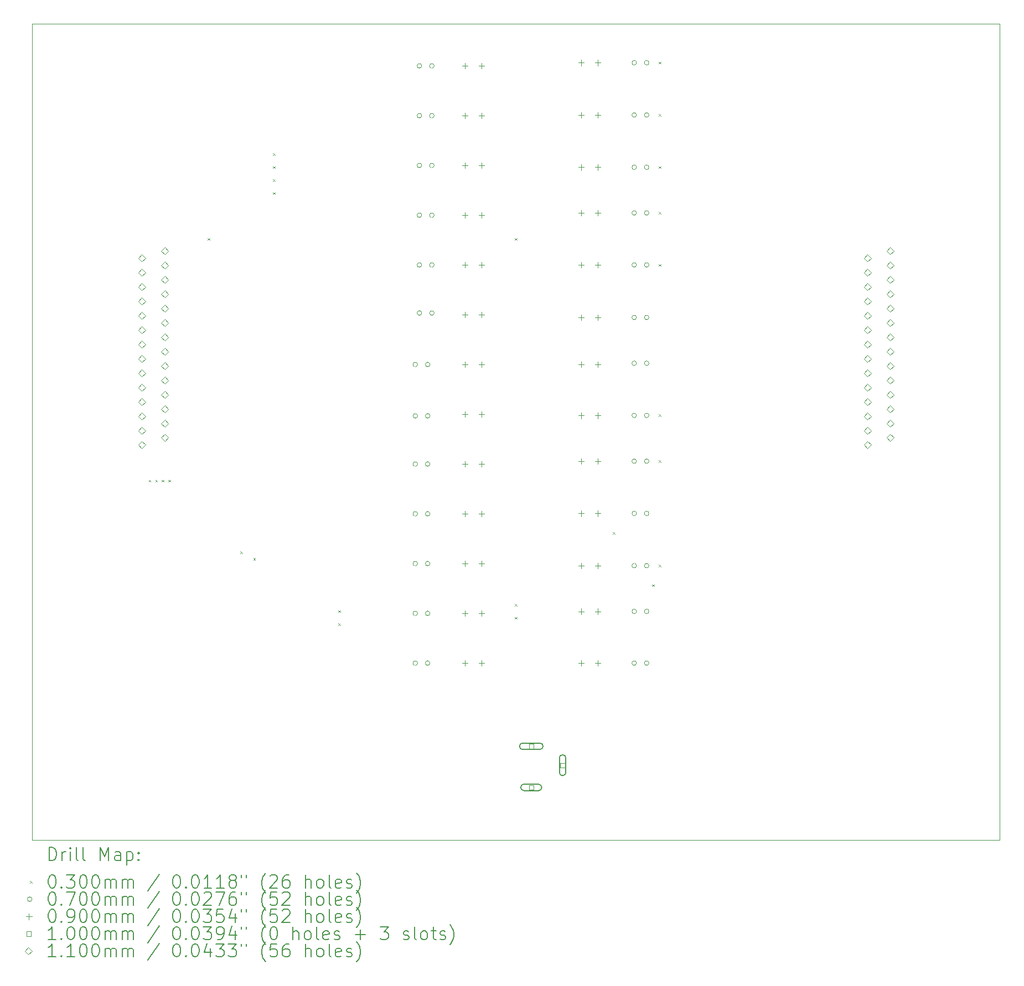
<source format=gbr>
%TF.GenerationSoftware,KiCad,Pcbnew,7.0.7*%
%TF.CreationDate,2023-08-22T14:13:43-05:00*%
%TF.ProjectId,O2 thermistor cable,4f322074-6865-4726-9d69-73746f722063,0*%
%TF.SameCoordinates,Original*%
%TF.FileFunction,Drillmap*%
%TF.FilePolarity,Positive*%
%FSLAX45Y45*%
G04 Gerber Fmt 4.5, Leading zero omitted, Abs format (unit mm)*
G04 Created by KiCad (PCBNEW 7.0.7) date 2023-08-22 14:13:43*
%MOMM*%
%LPD*%
G01*
G04 APERTURE LIST*
%ADD10C,0.050000*%
%ADD11C,0.200000*%
%ADD12C,0.030000*%
%ADD13C,0.070000*%
%ADD14C,0.090000*%
%ADD15C,0.100000*%
%ADD16C,0.110000*%
G04 APERTURE END LIST*
D10*
X4300000Y-2400000D02*
X19100000Y-2400000D01*
X19100000Y-14900000D01*
X4300000Y-14900000D01*
X4300000Y-2400000D01*
D11*
D12*
X6085000Y-9385000D02*
X6115000Y-9415000D01*
X6115000Y-9385000D02*
X6085000Y-9415000D01*
X6185000Y-9385000D02*
X6215000Y-9415000D01*
X6215000Y-9385000D02*
X6185000Y-9415000D01*
X6285000Y-9385000D02*
X6315000Y-9415000D01*
X6315000Y-9385000D02*
X6285000Y-9415000D01*
X6385000Y-9385000D02*
X6415000Y-9415000D01*
X6415000Y-9385000D02*
X6385000Y-9415000D01*
X6985000Y-5685000D02*
X7015000Y-5715000D01*
X7015000Y-5685000D02*
X6985000Y-5715000D01*
X7485000Y-10485000D02*
X7515000Y-10515000D01*
X7515000Y-10485000D02*
X7485000Y-10515000D01*
X7685000Y-10585000D02*
X7715000Y-10615000D01*
X7715000Y-10585000D02*
X7685000Y-10615000D01*
X7985000Y-4385000D02*
X8015000Y-4415000D01*
X8015000Y-4385000D02*
X7985000Y-4415000D01*
X7985000Y-4585000D02*
X8015000Y-4615000D01*
X8015000Y-4585000D02*
X7985000Y-4615000D01*
X7985000Y-4785000D02*
X8015000Y-4815000D01*
X8015000Y-4785000D02*
X7985000Y-4815000D01*
X7985000Y-4985000D02*
X8015000Y-5015000D01*
X8015000Y-4985000D02*
X7985000Y-5015000D01*
X8985000Y-11385000D02*
X9015000Y-11415000D01*
X9015000Y-11385000D02*
X8985000Y-11415000D01*
X8985000Y-11585000D02*
X9015000Y-11615000D01*
X9015000Y-11585000D02*
X8985000Y-11615000D01*
X11685000Y-5685000D02*
X11715000Y-5715000D01*
X11715000Y-5685000D02*
X11685000Y-5715000D01*
X11685000Y-11285000D02*
X11715000Y-11315000D01*
X11715000Y-11285000D02*
X11685000Y-11315000D01*
X11685000Y-11485000D02*
X11715000Y-11515000D01*
X11715000Y-11485000D02*
X11685000Y-11515000D01*
X13185000Y-10185000D02*
X13215000Y-10215000D01*
X13215000Y-10185000D02*
X13185000Y-10215000D01*
X13785000Y-10985000D02*
X13815000Y-11015000D01*
X13815000Y-10985000D02*
X13785000Y-11015000D01*
X13885000Y-2985000D02*
X13915000Y-3015000D01*
X13915000Y-2985000D02*
X13885000Y-3015000D01*
X13885000Y-3785000D02*
X13915000Y-3815000D01*
X13915000Y-3785000D02*
X13885000Y-3815000D01*
X13885000Y-4585000D02*
X13915000Y-4615000D01*
X13915000Y-4585000D02*
X13885000Y-4615000D01*
X13885000Y-5285000D02*
X13915000Y-5315000D01*
X13915000Y-5285000D02*
X13885000Y-5315000D01*
X13885000Y-6085000D02*
X13915000Y-6115000D01*
X13915000Y-6085000D02*
X13885000Y-6115000D01*
X13885000Y-8385000D02*
X13915000Y-8415000D01*
X13915000Y-8385000D02*
X13885000Y-8415000D01*
X13885000Y-9085000D02*
X13915000Y-9115000D01*
X13915000Y-9085000D02*
X13885000Y-9115000D01*
X13885000Y-10685000D02*
X13915000Y-10715000D01*
X13915000Y-10685000D02*
X13885000Y-10715000D01*
D13*
X10195000Y-7620000D02*
G75*
G03*
X10195000Y-7620000I-35000J0D01*
G01*
X10195000Y-8407000D02*
G75*
G03*
X10195000Y-8407000I-35000J0D01*
G01*
X10195000Y-9144000D02*
G75*
G03*
X10195000Y-9144000I-35000J0D01*
G01*
X10195000Y-9906000D02*
G75*
G03*
X10195000Y-9906000I-35000J0D01*
G01*
X10195000Y-10668000D02*
G75*
G03*
X10195000Y-10668000I-35000J0D01*
G01*
X10195000Y-11430000D02*
G75*
G03*
X10195000Y-11430000I-35000J0D01*
G01*
X10195000Y-12192000D02*
G75*
G03*
X10195000Y-12192000I-35000J0D01*
G01*
X10259000Y-3048000D02*
G75*
G03*
X10259000Y-3048000I-35000J0D01*
G01*
X10259000Y-3810000D02*
G75*
G03*
X10259000Y-3810000I-35000J0D01*
G01*
X10259000Y-4572000D02*
G75*
G03*
X10259000Y-4572000I-35000J0D01*
G01*
X10259000Y-5334000D02*
G75*
G03*
X10259000Y-5334000I-35000J0D01*
G01*
X10259000Y-6096000D02*
G75*
G03*
X10259000Y-6096000I-35000J0D01*
G01*
X10259000Y-6832000D02*
G75*
G03*
X10259000Y-6832000I-35000J0D01*
G01*
X10385000Y-7620000D02*
G75*
G03*
X10385000Y-7620000I-35000J0D01*
G01*
X10385000Y-8407000D02*
G75*
G03*
X10385000Y-8407000I-35000J0D01*
G01*
X10385000Y-9144000D02*
G75*
G03*
X10385000Y-9144000I-35000J0D01*
G01*
X10385000Y-9906000D02*
G75*
G03*
X10385000Y-9906000I-35000J0D01*
G01*
X10385000Y-10668000D02*
G75*
G03*
X10385000Y-10668000I-35000J0D01*
G01*
X10385000Y-11430000D02*
G75*
G03*
X10385000Y-11430000I-35000J0D01*
G01*
X10385000Y-12192000D02*
G75*
G03*
X10385000Y-12192000I-35000J0D01*
G01*
X10449000Y-3048000D02*
G75*
G03*
X10449000Y-3048000I-35000J0D01*
G01*
X10449000Y-3810000D02*
G75*
G03*
X10449000Y-3810000I-35000J0D01*
G01*
X10449000Y-4572000D02*
G75*
G03*
X10449000Y-4572000I-35000J0D01*
G01*
X10449000Y-5334000D02*
G75*
G03*
X10449000Y-5334000I-35000J0D01*
G01*
X10449000Y-6096000D02*
G75*
G03*
X10449000Y-6096000I-35000J0D01*
G01*
X10449000Y-6832000D02*
G75*
G03*
X10449000Y-6832000I-35000J0D01*
G01*
X13545000Y-3000000D02*
G75*
G03*
X13545000Y-3000000I-35000J0D01*
G01*
X13545000Y-3800000D02*
G75*
G03*
X13545000Y-3800000I-35000J0D01*
G01*
X13545000Y-4600000D02*
G75*
G03*
X13545000Y-4600000I-35000J0D01*
G01*
X13545000Y-5300000D02*
G75*
G03*
X13545000Y-5300000I-35000J0D01*
G01*
X13545000Y-6096000D02*
G75*
G03*
X13545000Y-6096000I-35000J0D01*
G01*
X13545000Y-6900000D02*
G75*
G03*
X13545000Y-6900000I-35000J0D01*
G01*
X13545000Y-7600000D02*
G75*
G03*
X13545000Y-7600000I-35000J0D01*
G01*
X13545000Y-8400000D02*
G75*
G03*
X13545000Y-8400000I-35000J0D01*
G01*
X13545000Y-9100000D02*
G75*
G03*
X13545000Y-9100000I-35000J0D01*
G01*
X13545000Y-9900000D02*
G75*
G03*
X13545000Y-9900000I-35000J0D01*
G01*
X13545000Y-10700000D02*
G75*
G03*
X13545000Y-10700000I-35000J0D01*
G01*
X13545000Y-11400000D02*
G75*
G03*
X13545000Y-11400000I-35000J0D01*
G01*
X13545000Y-12192000D02*
G75*
G03*
X13545000Y-12192000I-35000J0D01*
G01*
X13735000Y-3000000D02*
G75*
G03*
X13735000Y-3000000I-35000J0D01*
G01*
X13735000Y-3800000D02*
G75*
G03*
X13735000Y-3800000I-35000J0D01*
G01*
X13735000Y-4600000D02*
G75*
G03*
X13735000Y-4600000I-35000J0D01*
G01*
X13735000Y-5300000D02*
G75*
G03*
X13735000Y-5300000I-35000J0D01*
G01*
X13735000Y-6096000D02*
G75*
G03*
X13735000Y-6096000I-35000J0D01*
G01*
X13735000Y-6900000D02*
G75*
G03*
X13735000Y-6900000I-35000J0D01*
G01*
X13735000Y-7600000D02*
G75*
G03*
X13735000Y-7600000I-35000J0D01*
G01*
X13735000Y-8400000D02*
G75*
G03*
X13735000Y-8400000I-35000J0D01*
G01*
X13735000Y-9100000D02*
G75*
G03*
X13735000Y-9100000I-35000J0D01*
G01*
X13735000Y-9900000D02*
G75*
G03*
X13735000Y-9900000I-35000J0D01*
G01*
X13735000Y-10700000D02*
G75*
G03*
X13735000Y-10700000I-35000J0D01*
G01*
X13735000Y-11400000D02*
G75*
G03*
X13735000Y-11400000I-35000J0D01*
G01*
X13735000Y-12192000D02*
G75*
G03*
X13735000Y-12192000I-35000J0D01*
G01*
D14*
X10922000Y-3003000D02*
X10922000Y-3093000D01*
X10877000Y-3048000D02*
X10967000Y-3048000D01*
X10922000Y-3765000D02*
X10922000Y-3855000D01*
X10877000Y-3810000D02*
X10967000Y-3810000D01*
X10922000Y-4527000D02*
X10922000Y-4617000D01*
X10877000Y-4572000D02*
X10967000Y-4572000D01*
X10922000Y-5289000D02*
X10922000Y-5379000D01*
X10877000Y-5334000D02*
X10967000Y-5334000D01*
X10922000Y-6051000D02*
X10922000Y-6141000D01*
X10877000Y-6096000D02*
X10967000Y-6096000D01*
X10922000Y-6813000D02*
X10922000Y-6903000D01*
X10877000Y-6858000D02*
X10967000Y-6858000D01*
X10922000Y-7575000D02*
X10922000Y-7665000D01*
X10877000Y-7620000D02*
X10967000Y-7620000D01*
X10922000Y-8337000D02*
X10922000Y-8427000D01*
X10877000Y-8382000D02*
X10967000Y-8382000D01*
X10922000Y-9099000D02*
X10922000Y-9189000D01*
X10877000Y-9144000D02*
X10967000Y-9144000D01*
X10922000Y-9861000D02*
X10922000Y-9951000D01*
X10877000Y-9906000D02*
X10967000Y-9906000D01*
X10922000Y-10623000D02*
X10922000Y-10713000D01*
X10877000Y-10668000D02*
X10967000Y-10668000D01*
X10922000Y-11385000D02*
X10922000Y-11475000D01*
X10877000Y-11430000D02*
X10967000Y-11430000D01*
X10922000Y-12147000D02*
X10922000Y-12237000D01*
X10877000Y-12192000D02*
X10967000Y-12192000D01*
X11176000Y-3003000D02*
X11176000Y-3093000D01*
X11131000Y-3048000D02*
X11221000Y-3048000D01*
X11176000Y-3765000D02*
X11176000Y-3855000D01*
X11131000Y-3810000D02*
X11221000Y-3810000D01*
X11176000Y-4527000D02*
X11176000Y-4617000D01*
X11131000Y-4572000D02*
X11221000Y-4572000D01*
X11176000Y-5289000D02*
X11176000Y-5379000D01*
X11131000Y-5334000D02*
X11221000Y-5334000D01*
X11176000Y-6051000D02*
X11176000Y-6141000D01*
X11131000Y-6096000D02*
X11221000Y-6096000D01*
X11176000Y-6813000D02*
X11176000Y-6903000D01*
X11131000Y-6858000D02*
X11221000Y-6858000D01*
X11176000Y-7575000D02*
X11176000Y-7665000D01*
X11131000Y-7620000D02*
X11221000Y-7620000D01*
X11176000Y-8337000D02*
X11176000Y-8427000D01*
X11131000Y-8382000D02*
X11221000Y-8382000D01*
X11176000Y-9099000D02*
X11176000Y-9189000D01*
X11131000Y-9144000D02*
X11221000Y-9144000D01*
X11176000Y-9861000D02*
X11176000Y-9951000D01*
X11131000Y-9906000D02*
X11221000Y-9906000D01*
X11176000Y-10623000D02*
X11176000Y-10713000D01*
X11131000Y-10668000D02*
X11221000Y-10668000D01*
X11176000Y-11385000D02*
X11176000Y-11475000D01*
X11131000Y-11430000D02*
X11221000Y-11430000D01*
X11176000Y-12147000D02*
X11176000Y-12237000D01*
X11131000Y-12192000D02*
X11221000Y-12192000D01*
X12700000Y-2955000D02*
X12700000Y-3045000D01*
X12655000Y-3000000D02*
X12745000Y-3000000D01*
X12700000Y-3755000D02*
X12700000Y-3845000D01*
X12655000Y-3800000D02*
X12745000Y-3800000D01*
X12700000Y-4555000D02*
X12700000Y-4645000D01*
X12655000Y-4600000D02*
X12745000Y-4600000D01*
X12700000Y-5255000D02*
X12700000Y-5345000D01*
X12655000Y-5300000D02*
X12745000Y-5300000D01*
X12700000Y-6051000D02*
X12700000Y-6141000D01*
X12655000Y-6096000D02*
X12745000Y-6096000D01*
X12700000Y-6855000D02*
X12700000Y-6945000D01*
X12655000Y-6900000D02*
X12745000Y-6900000D01*
X12700000Y-7575000D02*
X12700000Y-7665000D01*
X12655000Y-7620000D02*
X12745000Y-7620000D01*
X12700000Y-8355000D02*
X12700000Y-8445000D01*
X12655000Y-8400000D02*
X12745000Y-8400000D01*
X12700000Y-9055000D02*
X12700000Y-9145000D01*
X12655000Y-9100000D02*
X12745000Y-9100000D01*
X12700000Y-9855000D02*
X12700000Y-9945000D01*
X12655000Y-9900000D02*
X12745000Y-9900000D01*
X12700000Y-10655000D02*
X12700000Y-10745000D01*
X12655000Y-10700000D02*
X12745000Y-10700000D01*
X12700000Y-11355000D02*
X12700000Y-11445000D01*
X12655000Y-11400000D02*
X12745000Y-11400000D01*
X12700000Y-12147000D02*
X12700000Y-12237000D01*
X12655000Y-12192000D02*
X12745000Y-12192000D01*
X12954000Y-2955000D02*
X12954000Y-3045000D01*
X12909000Y-3000000D02*
X12999000Y-3000000D01*
X12954000Y-3755000D02*
X12954000Y-3845000D01*
X12909000Y-3800000D02*
X12999000Y-3800000D01*
X12954000Y-4555000D02*
X12954000Y-4645000D01*
X12909000Y-4600000D02*
X12999000Y-4600000D01*
X12954000Y-5255000D02*
X12954000Y-5345000D01*
X12909000Y-5300000D02*
X12999000Y-5300000D01*
X12954000Y-6051000D02*
X12954000Y-6141000D01*
X12909000Y-6096000D02*
X12999000Y-6096000D01*
X12954000Y-6855000D02*
X12954000Y-6945000D01*
X12909000Y-6900000D02*
X12999000Y-6900000D01*
X12954000Y-7575000D02*
X12954000Y-7665000D01*
X12909000Y-7620000D02*
X12999000Y-7620000D01*
X12954000Y-8355000D02*
X12954000Y-8445000D01*
X12909000Y-8400000D02*
X12999000Y-8400000D01*
X12954000Y-9055000D02*
X12954000Y-9145000D01*
X12909000Y-9100000D02*
X12999000Y-9100000D01*
X12954000Y-9855000D02*
X12954000Y-9945000D01*
X12909000Y-9900000D02*
X12999000Y-9900000D01*
X12954000Y-10655000D02*
X12954000Y-10745000D01*
X12909000Y-10700000D02*
X12999000Y-10700000D01*
X12954000Y-11355000D02*
X12954000Y-11445000D01*
X12909000Y-11400000D02*
X12999000Y-11400000D01*
X12954000Y-12147000D02*
X12954000Y-12237000D01*
X12909000Y-12192000D02*
X12999000Y-12192000D01*
D15*
X11970356Y-13500356D02*
X11970356Y-13429644D01*
X11899644Y-13429644D01*
X11899644Y-13500356D01*
X11970356Y-13500356D01*
D11*
X11805000Y-13515000D02*
X12065000Y-13515000D01*
X12065000Y-13515000D02*
G75*
G03*
X12065000Y-13415000I0J50000D01*
G01*
X12065000Y-13415000D02*
X11805000Y-13415000D01*
X11805000Y-13415000D02*
G75*
G03*
X11805000Y-13515000I0J-50000D01*
G01*
D15*
X11970356Y-14130356D02*
X11970356Y-14059644D01*
X11899644Y-14059644D01*
X11899644Y-14130356D01*
X11970356Y-14130356D01*
D11*
X11825000Y-14145000D02*
X12045000Y-14145000D01*
X12045000Y-14145000D02*
G75*
G03*
X12045000Y-14045000I0J50000D01*
G01*
X12045000Y-14045000D02*
X11825000Y-14045000D01*
X11825000Y-14045000D02*
G75*
G03*
X11825000Y-14145000I0J-50000D01*
G01*
D15*
X12450356Y-13790356D02*
X12450356Y-13719644D01*
X12379644Y-13719644D01*
X12379644Y-13790356D01*
X12450356Y-13790356D01*
D11*
X12365000Y-13645000D02*
X12365000Y-13865000D01*
X12365000Y-13865000D02*
G75*
G03*
X12465000Y-13865000I50000J0D01*
G01*
X12465000Y-13865000D02*
X12465000Y-13645000D01*
X12465000Y-13645000D02*
G75*
G03*
X12365000Y-13645000I-50000J0D01*
G01*
D16*
X5980000Y-6046000D02*
X6035000Y-5991000D01*
X5980000Y-5936000D01*
X5925000Y-5991000D01*
X5980000Y-6046000D01*
X5980000Y-6266000D02*
X6035000Y-6211000D01*
X5980000Y-6156000D01*
X5925000Y-6211000D01*
X5980000Y-6266000D01*
X5980000Y-6486000D02*
X6035000Y-6431000D01*
X5980000Y-6376000D01*
X5925000Y-6431000D01*
X5980000Y-6486000D01*
X5980000Y-6706000D02*
X6035000Y-6651000D01*
X5980000Y-6596000D01*
X5925000Y-6651000D01*
X5980000Y-6706000D01*
X5980000Y-6926000D02*
X6035000Y-6871000D01*
X5980000Y-6816000D01*
X5925000Y-6871000D01*
X5980000Y-6926000D01*
X5980000Y-7146000D02*
X6035000Y-7091000D01*
X5980000Y-7036000D01*
X5925000Y-7091000D01*
X5980000Y-7146000D01*
X5980000Y-7366000D02*
X6035000Y-7311000D01*
X5980000Y-7256000D01*
X5925000Y-7311000D01*
X5980000Y-7366000D01*
X5980000Y-7586000D02*
X6035000Y-7531000D01*
X5980000Y-7476000D01*
X5925000Y-7531000D01*
X5980000Y-7586000D01*
X5980000Y-7806000D02*
X6035000Y-7751000D01*
X5980000Y-7696000D01*
X5925000Y-7751000D01*
X5980000Y-7806000D01*
X5980000Y-8026000D02*
X6035000Y-7971000D01*
X5980000Y-7916000D01*
X5925000Y-7971000D01*
X5980000Y-8026000D01*
X5980000Y-8246000D02*
X6035000Y-8191000D01*
X5980000Y-8136000D01*
X5925000Y-8191000D01*
X5980000Y-8246000D01*
X5980000Y-8466000D02*
X6035000Y-8411000D01*
X5980000Y-8356000D01*
X5925000Y-8411000D01*
X5980000Y-8466000D01*
X5980000Y-8686000D02*
X6035000Y-8631000D01*
X5980000Y-8576000D01*
X5925000Y-8631000D01*
X5980000Y-8686000D01*
X5980000Y-8906000D02*
X6035000Y-8851000D01*
X5980000Y-8796000D01*
X5925000Y-8851000D01*
X5980000Y-8906000D01*
X6330000Y-5936000D02*
X6385000Y-5881000D01*
X6330000Y-5826000D01*
X6275000Y-5881000D01*
X6330000Y-5936000D01*
X6330000Y-6156000D02*
X6385000Y-6101000D01*
X6330000Y-6046000D01*
X6275000Y-6101000D01*
X6330000Y-6156000D01*
X6330000Y-6376000D02*
X6385000Y-6321000D01*
X6330000Y-6266000D01*
X6275000Y-6321000D01*
X6330000Y-6376000D01*
X6330000Y-6596000D02*
X6385000Y-6541000D01*
X6330000Y-6486000D01*
X6275000Y-6541000D01*
X6330000Y-6596000D01*
X6330000Y-6816000D02*
X6385000Y-6761000D01*
X6330000Y-6706000D01*
X6275000Y-6761000D01*
X6330000Y-6816000D01*
X6330000Y-7036000D02*
X6385000Y-6981000D01*
X6330000Y-6926000D01*
X6275000Y-6981000D01*
X6330000Y-7036000D01*
X6330000Y-7256000D02*
X6385000Y-7201000D01*
X6330000Y-7146000D01*
X6275000Y-7201000D01*
X6330000Y-7256000D01*
X6330000Y-7476000D02*
X6385000Y-7421000D01*
X6330000Y-7366000D01*
X6275000Y-7421000D01*
X6330000Y-7476000D01*
X6330000Y-7696000D02*
X6385000Y-7641000D01*
X6330000Y-7586000D01*
X6275000Y-7641000D01*
X6330000Y-7696000D01*
X6330000Y-7916000D02*
X6385000Y-7861000D01*
X6330000Y-7806000D01*
X6275000Y-7861000D01*
X6330000Y-7916000D01*
X6330000Y-8136000D02*
X6385000Y-8081000D01*
X6330000Y-8026000D01*
X6275000Y-8081000D01*
X6330000Y-8136000D01*
X6330000Y-8356000D02*
X6385000Y-8301000D01*
X6330000Y-8246000D01*
X6275000Y-8301000D01*
X6330000Y-8356000D01*
X6330000Y-8576000D02*
X6385000Y-8521000D01*
X6330000Y-8466000D01*
X6275000Y-8521000D01*
X6330000Y-8576000D01*
X6330000Y-8796000D02*
X6385000Y-8741000D01*
X6330000Y-8686000D01*
X6275000Y-8741000D01*
X6330000Y-8796000D01*
X17076250Y-6046000D02*
X17131250Y-5991000D01*
X17076250Y-5936000D01*
X17021250Y-5991000D01*
X17076250Y-6046000D01*
X17076250Y-6266000D02*
X17131250Y-6211000D01*
X17076250Y-6156000D01*
X17021250Y-6211000D01*
X17076250Y-6266000D01*
X17076250Y-6486000D02*
X17131250Y-6431000D01*
X17076250Y-6376000D01*
X17021250Y-6431000D01*
X17076250Y-6486000D01*
X17076250Y-6706000D02*
X17131250Y-6651000D01*
X17076250Y-6596000D01*
X17021250Y-6651000D01*
X17076250Y-6706000D01*
X17076250Y-6926000D02*
X17131250Y-6871000D01*
X17076250Y-6816000D01*
X17021250Y-6871000D01*
X17076250Y-6926000D01*
X17076250Y-7146000D02*
X17131250Y-7091000D01*
X17076250Y-7036000D01*
X17021250Y-7091000D01*
X17076250Y-7146000D01*
X17076250Y-7366000D02*
X17131250Y-7311000D01*
X17076250Y-7256000D01*
X17021250Y-7311000D01*
X17076250Y-7366000D01*
X17076250Y-7586000D02*
X17131250Y-7531000D01*
X17076250Y-7476000D01*
X17021250Y-7531000D01*
X17076250Y-7586000D01*
X17076250Y-7806000D02*
X17131250Y-7751000D01*
X17076250Y-7696000D01*
X17021250Y-7751000D01*
X17076250Y-7806000D01*
X17076250Y-8026000D02*
X17131250Y-7971000D01*
X17076250Y-7916000D01*
X17021250Y-7971000D01*
X17076250Y-8026000D01*
X17076250Y-8246000D02*
X17131250Y-8191000D01*
X17076250Y-8136000D01*
X17021250Y-8191000D01*
X17076250Y-8246000D01*
X17076250Y-8466000D02*
X17131250Y-8411000D01*
X17076250Y-8356000D01*
X17021250Y-8411000D01*
X17076250Y-8466000D01*
X17076250Y-8686000D02*
X17131250Y-8631000D01*
X17076250Y-8576000D01*
X17021250Y-8631000D01*
X17076250Y-8686000D01*
X17076250Y-8906000D02*
X17131250Y-8851000D01*
X17076250Y-8796000D01*
X17021250Y-8851000D01*
X17076250Y-8906000D01*
X17426250Y-5936000D02*
X17481250Y-5881000D01*
X17426250Y-5826000D01*
X17371250Y-5881000D01*
X17426250Y-5936000D01*
X17426250Y-6156000D02*
X17481250Y-6101000D01*
X17426250Y-6046000D01*
X17371250Y-6101000D01*
X17426250Y-6156000D01*
X17426250Y-6376000D02*
X17481250Y-6321000D01*
X17426250Y-6266000D01*
X17371250Y-6321000D01*
X17426250Y-6376000D01*
X17426250Y-6596000D02*
X17481250Y-6541000D01*
X17426250Y-6486000D01*
X17371250Y-6541000D01*
X17426250Y-6596000D01*
X17426250Y-6816000D02*
X17481250Y-6761000D01*
X17426250Y-6706000D01*
X17371250Y-6761000D01*
X17426250Y-6816000D01*
X17426250Y-7036000D02*
X17481250Y-6981000D01*
X17426250Y-6926000D01*
X17371250Y-6981000D01*
X17426250Y-7036000D01*
X17426250Y-7256000D02*
X17481250Y-7201000D01*
X17426250Y-7146000D01*
X17371250Y-7201000D01*
X17426250Y-7256000D01*
X17426250Y-7476000D02*
X17481250Y-7421000D01*
X17426250Y-7366000D01*
X17371250Y-7421000D01*
X17426250Y-7476000D01*
X17426250Y-7696000D02*
X17481250Y-7641000D01*
X17426250Y-7586000D01*
X17371250Y-7641000D01*
X17426250Y-7696000D01*
X17426250Y-7916000D02*
X17481250Y-7861000D01*
X17426250Y-7806000D01*
X17371250Y-7861000D01*
X17426250Y-7916000D01*
X17426250Y-8136000D02*
X17481250Y-8081000D01*
X17426250Y-8026000D01*
X17371250Y-8081000D01*
X17426250Y-8136000D01*
X17426250Y-8356000D02*
X17481250Y-8301000D01*
X17426250Y-8246000D01*
X17371250Y-8301000D01*
X17426250Y-8356000D01*
X17426250Y-8576000D02*
X17481250Y-8521000D01*
X17426250Y-8466000D01*
X17371250Y-8521000D01*
X17426250Y-8576000D01*
X17426250Y-8796000D02*
X17481250Y-8741000D01*
X17426250Y-8686000D01*
X17371250Y-8741000D01*
X17426250Y-8796000D01*
D11*
X4558277Y-15213984D02*
X4558277Y-15013984D01*
X4558277Y-15013984D02*
X4605896Y-15013984D01*
X4605896Y-15013984D02*
X4634467Y-15023508D01*
X4634467Y-15023508D02*
X4653515Y-15042555D01*
X4653515Y-15042555D02*
X4663039Y-15061603D01*
X4663039Y-15061603D02*
X4672563Y-15099698D01*
X4672563Y-15099698D02*
X4672563Y-15128269D01*
X4672563Y-15128269D02*
X4663039Y-15166365D01*
X4663039Y-15166365D02*
X4653515Y-15185412D01*
X4653515Y-15185412D02*
X4634467Y-15204460D01*
X4634467Y-15204460D02*
X4605896Y-15213984D01*
X4605896Y-15213984D02*
X4558277Y-15213984D01*
X4758277Y-15213984D02*
X4758277Y-15080650D01*
X4758277Y-15118746D02*
X4767801Y-15099698D01*
X4767801Y-15099698D02*
X4777324Y-15090174D01*
X4777324Y-15090174D02*
X4796372Y-15080650D01*
X4796372Y-15080650D02*
X4815420Y-15080650D01*
X4882086Y-15213984D02*
X4882086Y-15080650D01*
X4882086Y-15013984D02*
X4872563Y-15023508D01*
X4872563Y-15023508D02*
X4882086Y-15033031D01*
X4882086Y-15033031D02*
X4891610Y-15023508D01*
X4891610Y-15023508D02*
X4882086Y-15013984D01*
X4882086Y-15013984D02*
X4882086Y-15033031D01*
X5005896Y-15213984D02*
X4986848Y-15204460D01*
X4986848Y-15204460D02*
X4977324Y-15185412D01*
X4977324Y-15185412D02*
X4977324Y-15013984D01*
X5110658Y-15213984D02*
X5091610Y-15204460D01*
X5091610Y-15204460D02*
X5082086Y-15185412D01*
X5082086Y-15185412D02*
X5082086Y-15013984D01*
X5339229Y-15213984D02*
X5339229Y-15013984D01*
X5339229Y-15013984D02*
X5405896Y-15156841D01*
X5405896Y-15156841D02*
X5472563Y-15013984D01*
X5472563Y-15013984D02*
X5472563Y-15213984D01*
X5653515Y-15213984D02*
X5653515Y-15109222D01*
X5653515Y-15109222D02*
X5643991Y-15090174D01*
X5643991Y-15090174D02*
X5624943Y-15080650D01*
X5624943Y-15080650D02*
X5586848Y-15080650D01*
X5586848Y-15080650D02*
X5567801Y-15090174D01*
X5653515Y-15204460D02*
X5634467Y-15213984D01*
X5634467Y-15213984D02*
X5586848Y-15213984D01*
X5586848Y-15213984D02*
X5567801Y-15204460D01*
X5567801Y-15204460D02*
X5558277Y-15185412D01*
X5558277Y-15185412D02*
X5558277Y-15166365D01*
X5558277Y-15166365D02*
X5567801Y-15147317D01*
X5567801Y-15147317D02*
X5586848Y-15137793D01*
X5586848Y-15137793D02*
X5634467Y-15137793D01*
X5634467Y-15137793D02*
X5653515Y-15128269D01*
X5748753Y-15080650D02*
X5748753Y-15280650D01*
X5748753Y-15090174D02*
X5767801Y-15080650D01*
X5767801Y-15080650D02*
X5805896Y-15080650D01*
X5805896Y-15080650D02*
X5824943Y-15090174D01*
X5824943Y-15090174D02*
X5834467Y-15099698D01*
X5834467Y-15099698D02*
X5843991Y-15118746D01*
X5843991Y-15118746D02*
X5843991Y-15175888D01*
X5843991Y-15175888D02*
X5834467Y-15194936D01*
X5834467Y-15194936D02*
X5824943Y-15204460D01*
X5824943Y-15204460D02*
X5805896Y-15213984D01*
X5805896Y-15213984D02*
X5767801Y-15213984D01*
X5767801Y-15213984D02*
X5748753Y-15204460D01*
X5929705Y-15194936D02*
X5939229Y-15204460D01*
X5939229Y-15204460D02*
X5929705Y-15213984D01*
X5929705Y-15213984D02*
X5920182Y-15204460D01*
X5920182Y-15204460D02*
X5929705Y-15194936D01*
X5929705Y-15194936D02*
X5929705Y-15213984D01*
X5929705Y-15090174D02*
X5939229Y-15099698D01*
X5939229Y-15099698D02*
X5929705Y-15109222D01*
X5929705Y-15109222D02*
X5920182Y-15099698D01*
X5920182Y-15099698D02*
X5929705Y-15090174D01*
X5929705Y-15090174D02*
X5929705Y-15109222D01*
D12*
X4267500Y-15527500D02*
X4297500Y-15557500D01*
X4297500Y-15527500D02*
X4267500Y-15557500D01*
D11*
X4596372Y-15433984D02*
X4615420Y-15433984D01*
X4615420Y-15433984D02*
X4634467Y-15443508D01*
X4634467Y-15443508D02*
X4643991Y-15453031D01*
X4643991Y-15453031D02*
X4653515Y-15472079D01*
X4653515Y-15472079D02*
X4663039Y-15510174D01*
X4663039Y-15510174D02*
X4663039Y-15557793D01*
X4663039Y-15557793D02*
X4653515Y-15595888D01*
X4653515Y-15595888D02*
X4643991Y-15614936D01*
X4643991Y-15614936D02*
X4634467Y-15624460D01*
X4634467Y-15624460D02*
X4615420Y-15633984D01*
X4615420Y-15633984D02*
X4596372Y-15633984D01*
X4596372Y-15633984D02*
X4577324Y-15624460D01*
X4577324Y-15624460D02*
X4567801Y-15614936D01*
X4567801Y-15614936D02*
X4558277Y-15595888D01*
X4558277Y-15595888D02*
X4548753Y-15557793D01*
X4548753Y-15557793D02*
X4548753Y-15510174D01*
X4548753Y-15510174D02*
X4558277Y-15472079D01*
X4558277Y-15472079D02*
X4567801Y-15453031D01*
X4567801Y-15453031D02*
X4577324Y-15443508D01*
X4577324Y-15443508D02*
X4596372Y-15433984D01*
X4748753Y-15614936D02*
X4758277Y-15624460D01*
X4758277Y-15624460D02*
X4748753Y-15633984D01*
X4748753Y-15633984D02*
X4739229Y-15624460D01*
X4739229Y-15624460D02*
X4748753Y-15614936D01*
X4748753Y-15614936D02*
X4748753Y-15633984D01*
X4824944Y-15433984D02*
X4948753Y-15433984D01*
X4948753Y-15433984D02*
X4882086Y-15510174D01*
X4882086Y-15510174D02*
X4910658Y-15510174D01*
X4910658Y-15510174D02*
X4929705Y-15519698D01*
X4929705Y-15519698D02*
X4939229Y-15529222D01*
X4939229Y-15529222D02*
X4948753Y-15548269D01*
X4948753Y-15548269D02*
X4948753Y-15595888D01*
X4948753Y-15595888D02*
X4939229Y-15614936D01*
X4939229Y-15614936D02*
X4929705Y-15624460D01*
X4929705Y-15624460D02*
X4910658Y-15633984D01*
X4910658Y-15633984D02*
X4853515Y-15633984D01*
X4853515Y-15633984D02*
X4834467Y-15624460D01*
X4834467Y-15624460D02*
X4824944Y-15614936D01*
X5072563Y-15433984D02*
X5091610Y-15433984D01*
X5091610Y-15433984D02*
X5110658Y-15443508D01*
X5110658Y-15443508D02*
X5120182Y-15453031D01*
X5120182Y-15453031D02*
X5129705Y-15472079D01*
X5129705Y-15472079D02*
X5139229Y-15510174D01*
X5139229Y-15510174D02*
X5139229Y-15557793D01*
X5139229Y-15557793D02*
X5129705Y-15595888D01*
X5129705Y-15595888D02*
X5120182Y-15614936D01*
X5120182Y-15614936D02*
X5110658Y-15624460D01*
X5110658Y-15624460D02*
X5091610Y-15633984D01*
X5091610Y-15633984D02*
X5072563Y-15633984D01*
X5072563Y-15633984D02*
X5053515Y-15624460D01*
X5053515Y-15624460D02*
X5043991Y-15614936D01*
X5043991Y-15614936D02*
X5034467Y-15595888D01*
X5034467Y-15595888D02*
X5024944Y-15557793D01*
X5024944Y-15557793D02*
X5024944Y-15510174D01*
X5024944Y-15510174D02*
X5034467Y-15472079D01*
X5034467Y-15472079D02*
X5043991Y-15453031D01*
X5043991Y-15453031D02*
X5053515Y-15443508D01*
X5053515Y-15443508D02*
X5072563Y-15433984D01*
X5263039Y-15433984D02*
X5282086Y-15433984D01*
X5282086Y-15433984D02*
X5301134Y-15443508D01*
X5301134Y-15443508D02*
X5310658Y-15453031D01*
X5310658Y-15453031D02*
X5320182Y-15472079D01*
X5320182Y-15472079D02*
X5329705Y-15510174D01*
X5329705Y-15510174D02*
X5329705Y-15557793D01*
X5329705Y-15557793D02*
X5320182Y-15595888D01*
X5320182Y-15595888D02*
X5310658Y-15614936D01*
X5310658Y-15614936D02*
X5301134Y-15624460D01*
X5301134Y-15624460D02*
X5282086Y-15633984D01*
X5282086Y-15633984D02*
X5263039Y-15633984D01*
X5263039Y-15633984D02*
X5243991Y-15624460D01*
X5243991Y-15624460D02*
X5234467Y-15614936D01*
X5234467Y-15614936D02*
X5224944Y-15595888D01*
X5224944Y-15595888D02*
X5215420Y-15557793D01*
X5215420Y-15557793D02*
X5215420Y-15510174D01*
X5215420Y-15510174D02*
X5224944Y-15472079D01*
X5224944Y-15472079D02*
X5234467Y-15453031D01*
X5234467Y-15453031D02*
X5243991Y-15443508D01*
X5243991Y-15443508D02*
X5263039Y-15433984D01*
X5415420Y-15633984D02*
X5415420Y-15500650D01*
X5415420Y-15519698D02*
X5424944Y-15510174D01*
X5424944Y-15510174D02*
X5443991Y-15500650D01*
X5443991Y-15500650D02*
X5472563Y-15500650D01*
X5472563Y-15500650D02*
X5491610Y-15510174D01*
X5491610Y-15510174D02*
X5501134Y-15529222D01*
X5501134Y-15529222D02*
X5501134Y-15633984D01*
X5501134Y-15529222D02*
X5510658Y-15510174D01*
X5510658Y-15510174D02*
X5529705Y-15500650D01*
X5529705Y-15500650D02*
X5558277Y-15500650D01*
X5558277Y-15500650D02*
X5577325Y-15510174D01*
X5577325Y-15510174D02*
X5586848Y-15529222D01*
X5586848Y-15529222D02*
X5586848Y-15633984D01*
X5682086Y-15633984D02*
X5682086Y-15500650D01*
X5682086Y-15519698D02*
X5691610Y-15510174D01*
X5691610Y-15510174D02*
X5710658Y-15500650D01*
X5710658Y-15500650D02*
X5739229Y-15500650D01*
X5739229Y-15500650D02*
X5758277Y-15510174D01*
X5758277Y-15510174D02*
X5767801Y-15529222D01*
X5767801Y-15529222D02*
X5767801Y-15633984D01*
X5767801Y-15529222D02*
X5777324Y-15510174D01*
X5777324Y-15510174D02*
X5796372Y-15500650D01*
X5796372Y-15500650D02*
X5824943Y-15500650D01*
X5824943Y-15500650D02*
X5843991Y-15510174D01*
X5843991Y-15510174D02*
X5853515Y-15529222D01*
X5853515Y-15529222D02*
X5853515Y-15633984D01*
X6243991Y-15424460D02*
X6072563Y-15681603D01*
X6501134Y-15433984D02*
X6520182Y-15433984D01*
X6520182Y-15433984D02*
X6539229Y-15443508D01*
X6539229Y-15443508D02*
X6548753Y-15453031D01*
X6548753Y-15453031D02*
X6558277Y-15472079D01*
X6558277Y-15472079D02*
X6567801Y-15510174D01*
X6567801Y-15510174D02*
X6567801Y-15557793D01*
X6567801Y-15557793D02*
X6558277Y-15595888D01*
X6558277Y-15595888D02*
X6548753Y-15614936D01*
X6548753Y-15614936D02*
X6539229Y-15624460D01*
X6539229Y-15624460D02*
X6520182Y-15633984D01*
X6520182Y-15633984D02*
X6501134Y-15633984D01*
X6501134Y-15633984D02*
X6482086Y-15624460D01*
X6482086Y-15624460D02*
X6472563Y-15614936D01*
X6472563Y-15614936D02*
X6463039Y-15595888D01*
X6463039Y-15595888D02*
X6453515Y-15557793D01*
X6453515Y-15557793D02*
X6453515Y-15510174D01*
X6453515Y-15510174D02*
X6463039Y-15472079D01*
X6463039Y-15472079D02*
X6472563Y-15453031D01*
X6472563Y-15453031D02*
X6482086Y-15443508D01*
X6482086Y-15443508D02*
X6501134Y-15433984D01*
X6653515Y-15614936D02*
X6663039Y-15624460D01*
X6663039Y-15624460D02*
X6653515Y-15633984D01*
X6653515Y-15633984D02*
X6643991Y-15624460D01*
X6643991Y-15624460D02*
X6653515Y-15614936D01*
X6653515Y-15614936D02*
X6653515Y-15633984D01*
X6786848Y-15433984D02*
X6805896Y-15433984D01*
X6805896Y-15433984D02*
X6824944Y-15443508D01*
X6824944Y-15443508D02*
X6834467Y-15453031D01*
X6834467Y-15453031D02*
X6843991Y-15472079D01*
X6843991Y-15472079D02*
X6853515Y-15510174D01*
X6853515Y-15510174D02*
X6853515Y-15557793D01*
X6853515Y-15557793D02*
X6843991Y-15595888D01*
X6843991Y-15595888D02*
X6834467Y-15614936D01*
X6834467Y-15614936D02*
X6824944Y-15624460D01*
X6824944Y-15624460D02*
X6805896Y-15633984D01*
X6805896Y-15633984D02*
X6786848Y-15633984D01*
X6786848Y-15633984D02*
X6767801Y-15624460D01*
X6767801Y-15624460D02*
X6758277Y-15614936D01*
X6758277Y-15614936D02*
X6748753Y-15595888D01*
X6748753Y-15595888D02*
X6739229Y-15557793D01*
X6739229Y-15557793D02*
X6739229Y-15510174D01*
X6739229Y-15510174D02*
X6748753Y-15472079D01*
X6748753Y-15472079D02*
X6758277Y-15453031D01*
X6758277Y-15453031D02*
X6767801Y-15443508D01*
X6767801Y-15443508D02*
X6786848Y-15433984D01*
X7043991Y-15633984D02*
X6929706Y-15633984D01*
X6986848Y-15633984D02*
X6986848Y-15433984D01*
X6986848Y-15433984D02*
X6967801Y-15462555D01*
X6967801Y-15462555D02*
X6948753Y-15481603D01*
X6948753Y-15481603D02*
X6929706Y-15491127D01*
X7234467Y-15633984D02*
X7120182Y-15633984D01*
X7177325Y-15633984D02*
X7177325Y-15433984D01*
X7177325Y-15433984D02*
X7158277Y-15462555D01*
X7158277Y-15462555D02*
X7139229Y-15481603D01*
X7139229Y-15481603D02*
X7120182Y-15491127D01*
X7348753Y-15519698D02*
X7329706Y-15510174D01*
X7329706Y-15510174D02*
X7320182Y-15500650D01*
X7320182Y-15500650D02*
X7310658Y-15481603D01*
X7310658Y-15481603D02*
X7310658Y-15472079D01*
X7310658Y-15472079D02*
X7320182Y-15453031D01*
X7320182Y-15453031D02*
X7329706Y-15443508D01*
X7329706Y-15443508D02*
X7348753Y-15433984D01*
X7348753Y-15433984D02*
X7386848Y-15433984D01*
X7386848Y-15433984D02*
X7405896Y-15443508D01*
X7405896Y-15443508D02*
X7415420Y-15453031D01*
X7415420Y-15453031D02*
X7424944Y-15472079D01*
X7424944Y-15472079D02*
X7424944Y-15481603D01*
X7424944Y-15481603D02*
X7415420Y-15500650D01*
X7415420Y-15500650D02*
X7405896Y-15510174D01*
X7405896Y-15510174D02*
X7386848Y-15519698D01*
X7386848Y-15519698D02*
X7348753Y-15519698D01*
X7348753Y-15519698D02*
X7329706Y-15529222D01*
X7329706Y-15529222D02*
X7320182Y-15538746D01*
X7320182Y-15538746D02*
X7310658Y-15557793D01*
X7310658Y-15557793D02*
X7310658Y-15595888D01*
X7310658Y-15595888D02*
X7320182Y-15614936D01*
X7320182Y-15614936D02*
X7329706Y-15624460D01*
X7329706Y-15624460D02*
X7348753Y-15633984D01*
X7348753Y-15633984D02*
X7386848Y-15633984D01*
X7386848Y-15633984D02*
X7405896Y-15624460D01*
X7405896Y-15624460D02*
X7415420Y-15614936D01*
X7415420Y-15614936D02*
X7424944Y-15595888D01*
X7424944Y-15595888D02*
X7424944Y-15557793D01*
X7424944Y-15557793D02*
X7415420Y-15538746D01*
X7415420Y-15538746D02*
X7405896Y-15529222D01*
X7405896Y-15529222D02*
X7386848Y-15519698D01*
X7501134Y-15433984D02*
X7501134Y-15472079D01*
X7577325Y-15433984D02*
X7577325Y-15472079D01*
X7872563Y-15710174D02*
X7863039Y-15700650D01*
X7863039Y-15700650D02*
X7843991Y-15672079D01*
X7843991Y-15672079D02*
X7834468Y-15653031D01*
X7834468Y-15653031D02*
X7824944Y-15624460D01*
X7824944Y-15624460D02*
X7815420Y-15576841D01*
X7815420Y-15576841D02*
X7815420Y-15538746D01*
X7815420Y-15538746D02*
X7824944Y-15491127D01*
X7824944Y-15491127D02*
X7834468Y-15462555D01*
X7834468Y-15462555D02*
X7843991Y-15443508D01*
X7843991Y-15443508D02*
X7863039Y-15414936D01*
X7863039Y-15414936D02*
X7872563Y-15405412D01*
X7939229Y-15453031D02*
X7948753Y-15443508D01*
X7948753Y-15443508D02*
X7967801Y-15433984D01*
X7967801Y-15433984D02*
X8015420Y-15433984D01*
X8015420Y-15433984D02*
X8034468Y-15443508D01*
X8034468Y-15443508D02*
X8043991Y-15453031D01*
X8043991Y-15453031D02*
X8053515Y-15472079D01*
X8053515Y-15472079D02*
X8053515Y-15491127D01*
X8053515Y-15491127D02*
X8043991Y-15519698D01*
X8043991Y-15519698D02*
X7929706Y-15633984D01*
X7929706Y-15633984D02*
X8053515Y-15633984D01*
X8224944Y-15433984D02*
X8186848Y-15433984D01*
X8186848Y-15433984D02*
X8167801Y-15443508D01*
X8167801Y-15443508D02*
X8158277Y-15453031D01*
X8158277Y-15453031D02*
X8139229Y-15481603D01*
X8139229Y-15481603D02*
X8129706Y-15519698D01*
X8129706Y-15519698D02*
X8129706Y-15595888D01*
X8129706Y-15595888D02*
X8139229Y-15614936D01*
X8139229Y-15614936D02*
X8148753Y-15624460D01*
X8148753Y-15624460D02*
X8167801Y-15633984D01*
X8167801Y-15633984D02*
X8205896Y-15633984D01*
X8205896Y-15633984D02*
X8224944Y-15624460D01*
X8224944Y-15624460D02*
X8234468Y-15614936D01*
X8234468Y-15614936D02*
X8243991Y-15595888D01*
X8243991Y-15595888D02*
X8243991Y-15548269D01*
X8243991Y-15548269D02*
X8234468Y-15529222D01*
X8234468Y-15529222D02*
X8224944Y-15519698D01*
X8224944Y-15519698D02*
X8205896Y-15510174D01*
X8205896Y-15510174D02*
X8167801Y-15510174D01*
X8167801Y-15510174D02*
X8148753Y-15519698D01*
X8148753Y-15519698D02*
X8139229Y-15529222D01*
X8139229Y-15529222D02*
X8129706Y-15548269D01*
X8482087Y-15633984D02*
X8482087Y-15433984D01*
X8567801Y-15633984D02*
X8567801Y-15529222D01*
X8567801Y-15529222D02*
X8558277Y-15510174D01*
X8558277Y-15510174D02*
X8539230Y-15500650D01*
X8539230Y-15500650D02*
X8510658Y-15500650D01*
X8510658Y-15500650D02*
X8491611Y-15510174D01*
X8491611Y-15510174D02*
X8482087Y-15519698D01*
X8691611Y-15633984D02*
X8672563Y-15624460D01*
X8672563Y-15624460D02*
X8663039Y-15614936D01*
X8663039Y-15614936D02*
X8653515Y-15595888D01*
X8653515Y-15595888D02*
X8653515Y-15538746D01*
X8653515Y-15538746D02*
X8663039Y-15519698D01*
X8663039Y-15519698D02*
X8672563Y-15510174D01*
X8672563Y-15510174D02*
X8691611Y-15500650D01*
X8691611Y-15500650D02*
X8720182Y-15500650D01*
X8720182Y-15500650D02*
X8739230Y-15510174D01*
X8739230Y-15510174D02*
X8748753Y-15519698D01*
X8748753Y-15519698D02*
X8758277Y-15538746D01*
X8758277Y-15538746D02*
X8758277Y-15595888D01*
X8758277Y-15595888D02*
X8748753Y-15614936D01*
X8748753Y-15614936D02*
X8739230Y-15624460D01*
X8739230Y-15624460D02*
X8720182Y-15633984D01*
X8720182Y-15633984D02*
X8691611Y-15633984D01*
X8872563Y-15633984D02*
X8853515Y-15624460D01*
X8853515Y-15624460D02*
X8843992Y-15605412D01*
X8843992Y-15605412D02*
X8843992Y-15433984D01*
X9024944Y-15624460D02*
X9005896Y-15633984D01*
X9005896Y-15633984D02*
X8967801Y-15633984D01*
X8967801Y-15633984D02*
X8948753Y-15624460D01*
X8948753Y-15624460D02*
X8939230Y-15605412D01*
X8939230Y-15605412D02*
X8939230Y-15529222D01*
X8939230Y-15529222D02*
X8948753Y-15510174D01*
X8948753Y-15510174D02*
X8967801Y-15500650D01*
X8967801Y-15500650D02*
X9005896Y-15500650D01*
X9005896Y-15500650D02*
X9024944Y-15510174D01*
X9024944Y-15510174D02*
X9034468Y-15529222D01*
X9034468Y-15529222D02*
X9034468Y-15548269D01*
X9034468Y-15548269D02*
X8939230Y-15567317D01*
X9110658Y-15624460D02*
X9129706Y-15633984D01*
X9129706Y-15633984D02*
X9167801Y-15633984D01*
X9167801Y-15633984D02*
X9186849Y-15624460D01*
X9186849Y-15624460D02*
X9196373Y-15605412D01*
X9196373Y-15605412D02*
X9196373Y-15595888D01*
X9196373Y-15595888D02*
X9186849Y-15576841D01*
X9186849Y-15576841D02*
X9167801Y-15567317D01*
X9167801Y-15567317D02*
X9139230Y-15567317D01*
X9139230Y-15567317D02*
X9120182Y-15557793D01*
X9120182Y-15557793D02*
X9110658Y-15538746D01*
X9110658Y-15538746D02*
X9110658Y-15529222D01*
X9110658Y-15529222D02*
X9120182Y-15510174D01*
X9120182Y-15510174D02*
X9139230Y-15500650D01*
X9139230Y-15500650D02*
X9167801Y-15500650D01*
X9167801Y-15500650D02*
X9186849Y-15510174D01*
X9263039Y-15710174D02*
X9272563Y-15700650D01*
X9272563Y-15700650D02*
X9291611Y-15672079D01*
X9291611Y-15672079D02*
X9301134Y-15653031D01*
X9301134Y-15653031D02*
X9310658Y-15624460D01*
X9310658Y-15624460D02*
X9320182Y-15576841D01*
X9320182Y-15576841D02*
X9320182Y-15538746D01*
X9320182Y-15538746D02*
X9310658Y-15491127D01*
X9310658Y-15491127D02*
X9301134Y-15462555D01*
X9301134Y-15462555D02*
X9291611Y-15443508D01*
X9291611Y-15443508D02*
X9272563Y-15414936D01*
X9272563Y-15414936D02*
X9263039Y-15405412D01*
D13*
X4297500Y-15806500D02*
G75*
G03*
X4297500Y-15806500I-35000J0D01*
G01*
D11*
X4596372Y-15697984D02*
X4615420Y-15697984D01*
X4615420Y-15697984D02*
X4634467Y-15707508D01*
X4634467Y-15707508D02*
X4643991Y-15717031D01*
X4643991Y-15717031D02*
X4653515Y-15736079D01*
X4653515Y-15736079D02*
X4663039Y-15774174D01*
X4663039Y-15774174D02*
X4663039Y-15821793D01*
X4663039Y-15821793D02*
X4653515Y-15859888D01*
X4653515Y-15859888D02*
X4643991Y-15878936D01*
X4643991Y-15878936D02*
X4634467Y-15888460D01*
X4634467Y-15888460D02*
X4615420Y-15897984D01*
X4615420Y-15897984D02*
X4596372Y-15897984D01*
X4596372Y-15897984D02*
X4577324Y-15888460D01*
X4577324Y-15888460D02*
X4567801Y-15878936D01*
X4567801Y-15878936D02*
X4558277Y-15859888D01*
X4558277Y-15859888D02*
X4548753Y-15821793D01*
X4548753Y-15821793D02*
X4548753Y-15774174D01*
X4548753Y-15774174D02*
X4558277Y-15736079D01*
X4558277Y-15736079D02*
X4567801Y-15717031D01*
X4567801Y-15717031D02*
X4577324Y-15707508D01*
X4577324Y-15707508D02*
X4596372Y-15697984D01*
X4748753Y-15878936D02*
X4758277Y-15888460D01*
X4758277Y-15888460D02*
X4748753Y-15897984D01*
X4748753Y-15897984D02*
X4739229Y-15888460D01*
X4739229Y-15888460D02*
X4748753Y-15878936D01*
X4748753Y-15878936D02*
X4748753Y-15897984D01*
X4824944Y-15697984D02*
X4958277Y-15697984D01*
X4958277Y-15697984D02*
X4872563Y-15897984D01*
X5072563Y-15697984D02*
X5091610Y-15697984D01*
X5091610Y-15697984D02*
X5110658Y-15707508D01*
X5110658Y-15707508D02*
X5120182Y-15717031D01*
X5120182Y-15717031D02*
X5129705Y-15736079D01*
X5129705Y-15736079D02*
X5139229Y-15774174D01*
X5139229Y-15774174D02*
X5139229Y-15821793D01*
X5139229Y-15821793D02*
X5129705Y-15859888D01*
X5129705Y-15859888D02*
X5120182Y-15878936D01*
X5120182Y-15878936D02*
X5110658Y-15888460D01*
X5110658Y-15888460D02*
X5091610Y-15897984D01*
X5091610Y-15897984D02*
X5072563Y-15897984D01*
X5072563Y-15897984D02*
X5053515Y-15888460D01*
X5053515Y-15888460D02*
X5043991Y-15878936D01*
X5043991Y-15878936D02*
X5034467Y-15859888D01*
X5034467Y-15859888D02*
X5024944Y-15821793D01*
X5024944Y-15821793D02*
X5024944Y-15774174D01*
X5024944Y-15774174D02*
X5034467Y-15736079D01*
X5034467Y-15736079D02*
X5043991Y-15717031D01*
X5043991Y-15717031D02*
X5053515Y-15707508D01*
X5053515Y-15707508D02*
X5072563Y-15697984D01*
X5263039Y-15697984D02*
X5282086Y-15697984D01*
X5282086Y-15697984D02*
X5301134Y-15707508D01*
X5301134Y-15707508D02*
X5310658Y-15717031D01*
X5310658Y-15717031D02*
X5320182Y-15736079D01*
X5320182Y-15736079D02*
X5329705Y-15774174D01*
X5329705Y-15774174D02*
X5329705Y-15821793D01*
X5329705Y-15821793D02*
X5320182Y-15859888D01*
X5320182Y-15859888D02*
X5310658Y-15878936D01*
X5310658Y-15878936D02*
X5301134Y-15888460D01*
X5301134Y-15888460D02*
X5282086Y-15897984D01*
X5282086Y-15897984D02*
X5263039Y-15897984D01*
X5263039Y-15897984D02*
X5243991Y-15888460D01*
X5243991Y-15888460D02*
X5234467Y-15878936D01*
X5234467Y-15878936D02*
X5224944Y-15859888D01*
X5224944Y-15859888D02*
X5215420Y-15821793D01*
X5215420Y-15821793D02*
X5215420Y-15774174D01*
X5215420Y-15774174D02*
X5224944Y-15736079D01*
X5224944Y-15736079D02*
X5234467Y-15717031D01*
X5234467Y-15717031D02*
X5243991Y-15707508D01*
X5243991Y-15707508D02*
X5263039Y-15697984D01*
X5415420Y-15897984D02*
X5415420Y-15764650D01*
X5415420Y-15783698D02*
X5424944Y-15774174D01*
X5424944Y-15774174D02*
X5443991Y-15764650D01*
X5443991Y-15764650D02*
X5472563Y-15764650D01*
X5472563Y-15764650D02*
X5491610Y-15774174D01*
X5491610Y-15774174D02*
X5501134Y-15793222D01*
X5501134Y-15793222D02*
X5501134Y-15897984D01*
X5501134Y-15793222D02*
X5510658Y-15774174D01*
X5510658Y-15774174D02*
X5529705Y-15764650D01*
X5529705Y-15764650D02*
X5558277Y-15764650D01*
X5558277Y-15764650D02*
X5577325Y-15774174D01*
X5577325Y-15774174D02*
X5586848Y-15793222D01*
X5586848Y-15793222D02*
X5586848Y-15897984D01*
X5682086Y-15897984D02*
X5682086Y-15764650D01*
X5682086Y-15783698D02*
X5691610Y-15774174D01*
X5691610Y-15774174D02*
X5710658Y-15764650D01*
X5710658Y-15764650D02*
X5739229Y-15764650D01*
X5739229Y-15764650D02*
X5758277Y-15774174D01*
X5758277Y-15774174D02*
X5767801Y-15793222D01*
X5767801Y-15793222D02*
X5767801Y-15897984D01*
X5767801Y-15793222D02*
X5777324Y-15774174D01*
X5777324Y-15774174D02*
X5796372Y-15764650D01*
X5796372Y-15764650D02*
X5824943Y-15764650D01*
X5824943Y-15764650D02*
X5843991Y-15774174D01*
X5843991Y-15774174D02*
X5853515Y-15793222D01*
X5853515Y-15793222D02*
X5853515Y-15897984D01*
X6243991Y-15688460D02*
X6072563Y-15945603D01*
X6501134Y-15697984D02*
X6520182Y-15697984D01*
X6520182Y-15697984D02*
X6539229Y-15707508D01*
X6539229Y-15707508D02*
X6548753Y-15717031D01*
X6548753Y-15717031D02*
X6558277Y-15736079D01*
X6558277Y-15736079D02*
X6567801Y-15774174D01*
X6567801Y-15774174D02*
X6567801Y-15821793D01*
X6567801Y-15821793D02*
X6558277Y-15859888D01*
X6558277Y-15859888D02*
X6548753Y-15878936D01*
X6548753Y-15878936D02*
X6539229Y-15888460D01*
X6539229Y-15888460D02*
X6520182Y-15897984D01*
X6520182Y-15897984D02*
X6501134Y-15897984D01*
X6501134Y-15897984D02*
X6482086Y-15888460D01*
X6482086Y-15888460D02*
X6472563Y-15878936D01*
X6472563Y-15878936D02*
X6463039Y-15859888D01*
X6463039Y-15859888D02*
X6453515Y-15821793D01*
X6453515Y-15821793D02*
X6453515Y-15774174D01*
X6453515Y-15774174D02*
X6463039Y-15736079D01*
X6463039Y-15736079D02*
X6472563Y-15717031D01*
X6472563Y-15717031D02*
X6482086Y-15707508D01*
X6482086Y-15707508D02*
X6501134Y-15697984D01*
X6653515Y-15878936D02*
X6663039Y-15888460D01*
X6663039Y-15888460D02*
X6653515Y-15897984D01*
X6653515Y-15897984D02*
X6643991Y-15888460D01*
X6643991Y-15888460D02*
X6653515Y-15878936D01*
X6653515Y-15878936D02*
X6653515Y-15897984D01*
X6786848Y-15697984D02*
X6805896Y-15697984D01*
X6805896Y-15697984D02*
X6824944Y-15707508D01*
X6824944Y-15707508D02*
X6834467Y-15717031D01*
X6834467Y-15717031D02*
X6843991Y-15736079D01*
X6843991Y-15736079D02*
X6853515Y-15774174D01*
X6853515Y-15774174D02*
X6853515Y-15821793D01*
X6853515Y-15821793D02*
X6843991Y-15859888D01*
X6843991Y-15859888D02*
X6834467Y-15878936D01*
X6834467Y-15878936D02*
X6824944Y-15888460D01*
X6824944Y-15888460D02*
X6805896Y-15897984D01*
X6805896Y-15897984D02*
X6786848Y-15897984D01*
X6786848Y-15897984D02*
X6767801Y-15888460D01*
X6767801Y-15888460D02*
X6758277Y-15878936D01*
X6758277Y-15878936D02*
X6748753Y-15859888D01*
X6748753Y-15859888D02*
X6739229Y-15821793D01*
X6739229Y-15821793D02*
X6739229Y-15774174D01*
X6739229Y-15774174D02*
X6748753Y-15736079D01*
X6748753Y-15736079D02*
X6758277Y-15717031D01*
X6758277Y-15717031D02*
X6767801Y-15707508D01*
X6767801Y-15707508D02*
X6786848Y-15697984D01*
X6929706Y-15717031D02*
X6939229Y-15707508D01*
X6939229Y-15707508D02*
X6958277Y-15697984D01*
X6958277Y-15697984D02*
X7005896Y-15697984D01*
X7005896Y-15697984D02*
X7024944Y-15707508D01*
X7024944Y-15707508D02*
X7034467Y-15717031D01*
X7034467Y-15717031D02*
X7043991Y-15736079D01*
X7043991Y-15736079D02*
X7043991Y-15755127D01*
X7043991Y-15755127D02*
X7034467Y-15783698D01*
X7034467Y-15783698D02*
X6920182Y-15897984D01*
X6920182Y-15897984D02*
X7043991Y-15897984D01*
X7110658Y-15697984D02*
X7243991Y-15697984D01*
X7243991Y-15697984D02*
X7158277Y-15897984D01*
X7405896Y-15697984D02*
X7367801Y-15697984D01*
X7367801Y-15697984D02*
X7348753Y-15707508D01*
X7348753Y-15707508D02*
X7339229Y-15717031D01*
X7339229Y-15717031D02*
X7320182Y-15745603D01*
X7320182Y-15745603D02*
X7310658Y-15783698D01*
X7310658Y-15783698D02*
X7310658Y-15859888D01*
X7310658Y-15859888D02*
X7320182Y-15878936D01*
X7320182Y-15878936D02*
X7329706Y-15888460D01*
X7329706Y-15888460D02*
X7348753Y-15897984D01*
X7348753Y-15897984D02*
X7386848Y-15897984D01*
X7386848Y-15897984D02*
X7405896Y-15888460D01*
X7405896Y-15888460D02*
X7415420Y-15878936D01*
X7415420Y-15878936D02*
X7424944Y-15859888D01*
X7424944Y-15859888D02*
X7424944Y-15812269D01*
X7424944Y-15812269D02*
X7415420Y-15793222D01*
X7415420Y-15793222D02*
X7405896Y-15783698D01*
X7405896Y-15783698D02*
X7386848Y-15774174D01*
X7386848Y-15774174D02*
X7348753Y-15774174D01*
X7348753Y-15774174D02*
X7329706Y-15783698D01*
X7329706Y-15783698D02*
X7320182Y-15793222D01*
X7320182Y-15793222D02*
X7310658Y-15812269D01*
X7501134Y-15697984D02*
X7501134Y-15736079D01*
X7577325Y-15697984D02*
X7577325Y-15736079D01*
X7872563Y-15974174D02*
X7863039Y-15964650D01*
X7863039Y-15964650D02*
X7843991Y-15936079D01*
X7843991Y-15936079D02*
X7834468Y-15917031D01*
X7834468Y-15917031D02*
X7824944Y-15888460D01*
X7824944Y-15888460D02*
X7815420Y-15840841D01*
X7815420Y-15840841D02*
X7815420Y-15802746D01*
X7815420Y-15802746D02*
X7824944Y-15755127D01*
X7824944Y-15755127D02*
X7834468Y-15726555D01*
X7834468Y-15726555D02*
X7843991Y-15707508D01*
X7843991Y-15707508D02*
X7863039Y-15678936D01*
X7863039Y-15678936D02*
X7872563Y-15669412D01*
X8043991Y-15697984D02*
X7948753Y-15697984D01*
X7948753Y-15697984D02*
X7939229Y-15793222D01*
X7939229Y-15793222D02*
X7948753Y-15783698D01*
X7948753Y-15783698D02*
X7967801Y-15774174D01*
X7967801Y-15774174D02*
X8015420Y-15774174D01*
X8015420Y-15774174D02*
X8034468Y-15783698D01*
X8034468Y-15783698D02*
X8043991Y-15793222D01*
X8043991Y-15793222D02*
X8053515Y-15812269D01*
X8053515Y-15812269D02*
X8053515Y-15859888D01*
X8053515Y-15859888D02*
X8043991Y-15878936D01*
X8043991Y-15878936D02*
X8034468Y-15888460D01*
X8034468Y-15888460D02*
X8015420Y-15897984D01*
X8015420Y-15897984D02*
X7967801Y-15897984D01*
X7967801Y-15897984D02*
X7948753Y-15888460D01*
X7948753Y-15888460D02*
X7939229Y-15878936D01*
X8129706Y-15717031D02*
X8139229Y-15707508D01*
X8139229Y-15707508D02*
X8158277Y-15697984D01*
X8158277Y-15697984D02*
X8205896Y-15697984D01*
X8205896Y-15697984D02*
X8224944Y-15707508D01*
X8224944Y-15707508D02*
X8234468Y-15717031D01*
X8234468Y-15717031D02*
X8243991Y-15736079D01*
X8243991Y-15736079D02*
X8243991Y-15755127D01*
X8243991Y-15755127D02*
X8234468Y-15783698D01*
X8234468Y-15783698D02*
X8120182Y-15897984D01*
X8120182Y-15897984D02*
X8243991Y-15897984D01*
X8482087Y-15897984D02*
X8482087Y-15697984D01*
X8567801Y-15897984D02*
X8567801Y-15793222D01*
X8567801Y-15793222D02*
X8558277Y-15774174D01*
X8558277Y-15774174D02*
X8539230Y-15764650D01*
X8539230Y-15764650D02*
X8510658Y-15764650D01*
X8510658Y-15764650D02*
X8491611Y-15774174D01*
X8491611Y-15774174D02*
X8482087Y-15783698D01*
X8691611Y-15897984D02*
X8672563Y-15888460D01*
X8672563Y-15888460D02*
X8663039Y-15878936D01*
X8663039Y-15878936D02*
X8653515Y-15859888D01*
X8653515Y-15859888D02*
X8653515Y-15802746D01*
X8653515Y-15802746D02*
X8663039Y-15783698D01*
X8663039Y-15783698D02*
X8672563Y-15774174D01*
X8672563Y-15774174D02*
X8691611Y-15764650D01*
X8691611Y-15764650D02*
X8720182Y-15764650D01*
X8720182Y-15764650D02*
X8739230Y-15774174D01*
X8739230Y-15774174D02*
X8748753Y-15783698D01*
X8748753Y-15783698D02*
X8758277Y-15802746D01*
X8758277Y-15802746D02*
X8758277Y-15859888D01*
X8758277Y-15859888D02*
X8748753Y-15878936D01*
X8748753Y-15878936D02*
X8739230Y-15888460D01*
X8739230Y-15888460D02*
X8720182Y-15897984D01*
X8720182Y-15897984D02*
X8691611Y-15897984D01*
X8872563Y-15897984D02*
X8853515Y-15888460D01*
X8853515Y-15888460D02*
X8843992Y-15869412D01*
X8843992Y-15869412D02*
X8843992Y-15697984D01*
X9024944Y-15888460D02*
X9005896Y-15897984D01*
X9005896Y-15897984D02*
X8967801Y-15897984D01*
X8967801Y-15897984D02*
X8948753Y-15888460D01*
X8948753Y-15888460D02*
X8939230Y-15869412D01*
X8939230Y-15869412D02*
X8939230Y-15793222D01*
X8939230Y-15793222D02*
X8948753Y-15774174D01*
X8948753Y-15774174D02*
X8967801Y-15764650D01*
X8967801Y-15764650D02*
X9005896Y-15764650D01*
X9005896Y-15764650D02*
X9024944Y-15774174D01*
X9024944Y-15774174D02*
X9034468Y-15793222D01*
X9034468Y-15793222D02*
X9034468Y-15812269D01*
X9034468Y-15812269D02*
X8939230Y-15831317D01*
X9110658Y-15888460D02*
X9129706Y-15897984D01*
X9129706Y-15897984D02*
X9167801Y-15897984D01*
X9167801Y-15897984D02*
X9186849Y-15888460D01*
X9186849Y-15888460D02*
X9196373Y-15869412D01*
X9196373Y-15869412D02*
X9196373Y-15859888D01*
X9196373Y-15859888D02*
X9186849Y-15840841D01*
X9186849Y-15840841D02*
X9167801Y-15831317D01*
X9167801Y-15831317D02*
X9139230Y-15831317D01*
X9139230Y-15831317D02*
X9120182Y-15821793D01*
X9120182Y-15821793D02*
X9110658Y-15802746D01*
X9110658Y-15802746D02*
X9110658Y-15793222D01*
X9110658Y-15793222D02*
X9120182Y-15774174D01*
X9120182Y-15774174D02*
X9139230Y-15764650D01*
X9139230Y-15764650D02*
X9167801Y-15764650D01*
X9167801Y-15764650D02*
X9186849Y-15774174D01*
X9263039Y-15974174D02*
X9272563Y-15964650D01*
X9272563Y-15964650D02*
X9291611Y-15936079D01*
X9291611Y-15936079D02*
X9301134Y-15917031D01*
X9301134Y-15917031D02*
X9310658Y-15888460D01*
X9310658Y-15888460D02*
X9320182Y-15840841D01*
X9320182Y-15840841D02*
X9320182Y-15802746D01*
X9320182Y-15802746D02*
X9310658Y-15755127D01*
X9310658Y-15755127D02*
X9301134Y-15726555D01*
X9301134Y-15726555D02*
X9291611Y-15707508D01*
X9291611Y-15707508D02*
X9272563Y-15678936D01*
X9272563Y-15678936D02*
X9263039Y-15669412D01*
D14*
X4252500Y-16025500D02*
X4252500Y-16115500D01*
X4207500Y-16070500D02*
X4297500Y-16070500D01*
D11*
X4596372Y-15961984D02*
X4615420Y-15961984D01*
X4615420Y-15961984D02*
X4634467Y-15971508D01*
X4634467Y-15971508D02*
X4643991Y-15981031D01*
X4643991Y-15981031D02*
X4653515Y-16000079D01*
X4653515Y-16000079D02*
X4663039Y-16038174D01*
X4663039Y-16038174D02*
X4663039Y-16085793D01*
X4663039Y-16085793D02*
X4653515Y-16123888D01*
X4653515Y-16123888D02*
X4643991Y-16142936D01*
X4643991Y-16142936D02*
X4634467Y-16152460D01*
X4634467Y-16152460D02*
X4615420Y-16161984D01*
X4615420Y-16161984D02*
X4596372Y-16161984D01*
X4596372Y-16161984D02*
X4577324Y-16152460D01*
X4577324Y-16152460D02*
X4567801Y-16142936D01*
X4567801Y-16142936D02*
X4558277Y-16123888D01*
X4558277Y-16123888D02*
X4548753Y-16085793D01*
X4548753Y-16085793D02*
X4548753Y-16038174D01*
X4548753Y-16038174D02*
X4558277Y-16000079D01*
X4558277Y-16000079D02*
X4567801Y-15981031D01*
X4567801Y-15981031D02*
X4577324Y-15971508D01*
X4577324Y-15971508D02*
X4596372Y-15961984D01*
X4748753Y-16142936D02*
X4758277Y-16152460D01*
X4758277Y-16152460D02*
X4748753Y-16161984D01*
X4748753Y-16161984D02*
X4739229Y-16152460D01*
X4739229Y-16152460D02*
X4748753Y-16142936D01*
X4748753Y-16142936D02*
X4748753Y-16161984D01*
X4853515Y-16161984D02*
X4891610Y-16161984D01*
X4891610Y-16161984D02*
X4910658Y-16152460D01*
X4910658Y-16152460D02*
X4920182Y-16142936D01*
X4920182Y-16142936D02*
X4939229Y-16114365D01*
X4939229Y-16114365D02*
X4948753Y-16076269D01*
X4948753Y-16076269D02*
X4948753Y-16000079D01*
X4948753Y-16000079D02*
X4939229Y-15981031D01*
X4939229Y-15981031D02*
X4929705Y-15971508D01*
X4929705Y-15971508D02*
X4910658Y-15961984D01*
X4910658Y-15961984D02*
X4872563Y-15961984D01*
X4872563Y-15961984D02*
X4853515Y-15971508D01*
X4853515Y-15971508D02*
X4843991Y-15981031D01*
X4843991Y-15981031D02*
X4834467Y-16000079D01*
X4834467Y-16000079D02*
X4834467Y-16047698D01*
X4834467Y-16047698D02*
X4843991Y-16066746D01*
X4843991Y-16066746D02*
X4853515Y-16076269D01*
X4853515Y-16076269D02*
X4872563Y-16085793D01*
X4872563Y-16085793D02*
X4910658Y-16085793D01*
X4910658Y-16085793D02*
X4929705Y-16076269D01*
X4929705Y-16076269D02*
X4939229Y-16066746D01*
X4939229Y-16066746D02*
X4948753Y-16047698D01*
X5072563Y-15961984D02*
X5091610Y-15961984D01*
X5091610Y-15961984D02*
X5110658Y-15971508D01*
X5110658Y-15971508D02*
X5120182Y-15981031D01*
X5120182Y-15981031D02*
X5129705Y-16000079D01*
X5129705Y-16000079D02*
X5139229Y-16038174D01*
X5139229Y-16038174D02*
X5139229Y-16085793D01*
X5139229Y-16085793D02*
X5129705Y-16123888D01*
X5129705Y-16123888D02*
X5120182Y-16142936D01*
X5120182Y-16142936D02*
X5110658Y-16152460D01*
X5110658Y-16152460D02*
X5091610Y-16161984D01*
X5091610Y-16161984D02*
X5072563Y-16161984D01*
X5072563Y-16161984D02*
X5053515Y-16152460D01*
X5053515Y-16152460D02*
X5043991Y-16142936D01*
X5043991Y-16142936D02*
X5034467Y-16123888D01*
X5034467Y-16123888D02*
X5024944Y-16085793D01*
X5024944Y-16085793D02*
X5024944Y-16038174D01*
X5024944Y-16038174D02*
X5034467Y-16000079D01*
X5034467Y-16000079D02*
X5043991Y-15981031D01*
X5043991Y-15981031D02*
X5053515Y-15971508D01*
X5053515Y-15971508D02*
X5072563Y-15961984D01*
X5263039Y-15961984D02*
X5282086Y-15961984D01*
X5282086Y-15961984D02*
X5301134Y-15971508D01*
X5301134Y-15971508D02*
X5310658Y-15981031D01*
X5310658Y-15981031D02*
X5320182Y-16000079D01*
X5320182Y-16000079D02*
X5329705Y-16038174D01*
X5329705Y-16038174D02*
X5329705Y-16085793D01*
X5329705Y-16085793D02*
X5320182Y-16123888D01*
X5320182Y-16123888D02*
X5310658Y-16142936D01*
X5310658Y-16142936D02*
X5301134Y-16152460D01*
X5301134Y-16152460D02*
X5282086Y-16161984D01*
X5282086Y-16161984D02*
X5263039Y-16161984D01*
X5263039Y-16161984D02*
X5243991Y-16152460D01*
X5243991Y-16152460D02*
X5234467Y-16142936D01*
X5234467Y-16142936D02*
X5224944Y-16123888D01*
X5224944Y-16123888D02*
X5215420Y-16085793D01*
X5215420Y-16085793D02*
X5215420Y-16038174D01*
X5215420Y-16038174D02*
X5224944Y-16000079D01*
X5224944Y-16000079D02*
X5234467Y-15981031D01*
X5234467Y-15981031D02*
X5243991Y-15971508D01*
X5243991Y-15971508D02*
X5263039Y-15961984D01*
X5415420Y-16161984D02*
X5415420Y-16028650D01*
X5415420Y-16047698D02*
X5424944Y-16038174D01*
X5424944Y-16038174D02*
X5443991Y-16028650D01*
X5443991Y-16028650D02*
X5472563Y-16028650D01*
X5472563Y-16028650D02*
X5491610Y-16038174D01*
X5491610Y-16038174D02*
X5501134Y-16057222D01*
X5501134Y-16057222D02*
X5501134Y-16161984D01*
X5501134Y-16057222D02*
X5510658Y-16038174D01*
X5510658Y-16038174D02*
X5529705Y-16028650D01*
X5529705Y-16028650D02*
X5558277Y-16028650D01*
X5558277Y-16028650D02*
X5577325Y-16038174D01*
X5577325Y-16038174D02*
X5586848Y-16057222D01*
X5586848Y-16057222D02*
X5586848Y-16161984D01*
X5682086Y-16161984D02*
X5682086Y-16028650D01*
X5682086Y-16047698D02*
X5691610Y-16038174D01*
X5691610Y-16038174D02*
X5710658Y-16028650D01*
X5710658Y-16028650D02*
X5739229Y-16028650D01*
X5739229Y-16028650D02*
X5758277Y-16038174D01*
X5758277Y-16038174D02*
X5767801Y-16057222D01*
X5767801Y-16057222D02*
X5767801Y-16161984D01*
X5767801Y-16057222D02*
X5777324Y-16038174D01*
X5777324Y-16038174D02*
X5796372Y-16028650D01*
X5796372Y-16028650D02*
X5824943Y-16028650D01*
X5824943Y-16028650D02*
X5843991Y-16038174D01*
X5843991Y-16038174D02*
X5853515Y-16057222D01*
X5853515Y-16057222D02*
X5853515Y-16161984D01*
X6243991Y-15952460D02*
X6072563Y-16209603D01*
X6501134Y-15961984D02*
X6520182Y-15961984D01*
X6520182Y-15961984D02*
X6539229Y-15971508D01*
X6539229Y-15971508D02*
X6548753Y-15981031D01*
X6548753Y-15981031D02*
X6558277Y-16000079D01*
X6558277Y-16000079D02*
X6567801Y-16038174D01*
X6567801Y-16038174D02*
X6567801Y-16085793D01*
X6567801Y-16085793D02*
X6558277Y-16123888D01*
X6558277Y-16123888D02*
X6548753Y-16142936D01*
X6548753Y-16142936D02*
X6539229Y-16152460D01*
X6539229Y-16152460D02*
X6520182Y-16161984D01*
X6520182Y-16161984D02*
X6501134Y-16161984D01*
X6501134Y-16161984D02*
X6482086Y-16152460D01*
X6482086Y-16152460D02*
X6472563Y-16142936D01*
X6472563Y-16142936D02*
X6463039Y-16123888D01*
X6463039Y-16123888D02*
X6453515Y-16085793D01*
X6453515Y-16085793D02*
X6453515Y-16038174D01*
X6453515Y-16038174D02*
X6463039Y-16000079D01*
X6463039Y-16000079D02*
X6472563Y-15981031D01*
X6472563Y-15981031D02*
X6482086Y-15971508D01*
X6482086Y-15971508D02*
X6501134Y-15961984D01*
X6653515Y-16142936D02*
X6663039Y-16152460D01*
X6663039Y-16152460D02*
X6653515Y-16161984D01*
X6653515Y-16161984D02*
X6643991Y-16152460D01*
X6643991Y-16152460D02*
X6653515Y-16142936D01*
X6653515Y-16142936D02*
X6653515Y-16161984D01*
X6786848Y-15961984D02*
X6805896Y-15961984D01*
X6805896Y-15961984D02*
X6824944Y-15971508D01*
X6824944Y-15971508D02*
X6834467Y-15981031D01*
X6834467Y-15981031D02*
X6843991Y-16000079D01*
X6843991Y-16000079D02*
X6853515Y-16038174D01*
X6853515Y-16038174D02*
X6853515Y-16085793D01*
X6853515Y-16085793D02*
X6843991Y-16123888D01*
X6843991Y-16123888D02*
X6834467Y-16142936D01*
X6834467Y-16142936D02*
X6824944Y-16152460D01*
X6824944Y-16152460D02*
X6805896Y-16161984D01*
X6805896Y-16161984D02*
X6786848Y-16161984D01*
X6786848Y-16161984D02*
X6767801Y-16152460D01*
X6767801Y-16152460D02*
X6758277Y-16142936D01*
X6758277Y-16142936D02*
X6748753Y-16123888D01*
X6748753Y-16123888D02*
X6739229Y-16085793D01*
X6739229Y-16085793D02*
X6739229Y-16038174D01*
X6739229Y-16038174D02*
X6748753Y-16000079D01*
X6748753Y-16000079D02*
X6758277Y-15981031D01*
X6758277Y-15981031D02*
X6767801Y-15971508D01*
X6767801Y-15971508D02*
X6786848Y-15961984D01*
X6920182Y-15961984D02*
X7043991Y-15961984D01*
X7043991Y-15961984D02*
X6977325Y-16038174D01*
X6977325Y-16038174D02*
X7005896Y-16038174D01*
X7005896Y-16038174D02*
X7024944Y-16047698D01*
X7024944Y-16047698D02*
X7034467Y-16057222D01*
X7034467Y-16057222D02*
X7043991Y-16076269D01*
X7043991Y-16076269D02*
X7043991Y-16123888D01*
X7043991Y-16123888D02*
X7034467Y-16142936D01*
X7034467Y-16142936D02*
X7024944Y-16152460D01*
X7024944Y-16152460D02*
X7005896Y-16161984D01*
X7005896Y-16161984D02*
X6948753Y-16161984D01*
X6948753Y-16161984D02*
X6929706Y-16152460D01*
X6929706Y-16152460D02*
X6920182Y-16142936D01*
X7224944Y-15961984D02*
X7129706Y-15961984D01*
X7129706Y-15961984D02*
X7120182Y-16057222D01*
X7120182Y-16057222D02*
X7129706Y-16047698D01*
X7129706Y-16047698D02*
X7148753Y-16038174D01*
X7148753Y-16038174D02*
X7196372Y-16038174D01*
X7196372Y-16038174D02*
X7215420Y-16047698D01*
X7215420Y-16047698D02*
X7224944Y-16057222D01*
X7224944Y-16057222D02*
X7234467Y-16076269D01*
X7234467Y-16076269D02*
X7234467Y-16123888D01*
X7234467Y-16123888D02*
X7224944Y-16142936D01*
X7224944Y-16142936D02*
X7215420Y-16152460D01*
X7215420Y-16152460D02*
X7196372Y-16161984D01*
X7196372Y-16161984D02*
X7148753Y-16161984D01*
X7148753Y-16161984D02*
X7129706Y-16152460D01*
X7129706Y-16152460D02*
X7120182Y-16142936D01*
X7405896Y-16028650D02*
X7405896Y-16161984D01*
X7358277Y-15952460D02*
X7310658Y-16095317D01*
X7310658Y-16095317D02*
X7434467Y-16095317D01*
X7501134Y-15961984D02*
X7501134Y-16000079D01*
X7577325Y-15961984D02*
X7577325Y-16000079D01*
X7872563Y-16238174D02*
X7863039Y-16228650D01*
X7863039Y-16228650D02*
X7843991Y-16200079D01*
X7843991Y-16200079D02*
X7834468Y-16181031D01*
X7834468Y-16181031D02*
X7824944Y-16152460D01*
X7824944Y-16152460D02*
X7815420Y-16104841D01*
X7815420Y-16104841D02*
X7815420Y-16066746D01*
X7815420Y-16066746D02*
X7824944Y-16019127D01*
X7824944Y-16019127D02*
X7834468Y-15990555D01*
X7834468Y-15990555D02*
X7843991Y-15971508D01*
X7843991Y-15971508D02*
X7863039Y-15942936D01*
X7863039Y-15942936D02*
X7872563Y-15933412D01*
X8043991Y-15961984D02*
X7948753Y-15961984D01*
X7948753Y-15961984D02*
X7939229Y-16057222D01*
X7939229Y-16057222D02*
X7948753Y-16047698D01*
X7948753Y-16047698D02*
X7967801Y-16038174D01*
X7967801Y-16038174D02*
X8015420Y-16038174D01*
X8015420Y-16038174D02*
X8034468Y-16047698D01*
X8034468Y-16047698D02*
X8043991Y-16057222D01*
X8043991Y-16057222D02*
X8053515Y-16076269D01*
X8053515Y-16076269D02*
X8053515Y-16123888D01*
X8053515Y-16123888D02*
X8043991Y-16142936D01*
X8043991Y-16142936D02*
X8034468Y-16152460D01*
X8034468Y-16152460D02*
X8015420Y-16161984D01*
X8015420Y-16161984D02*
X7967801Y-16161984D01*
X7967801Y-16161984D02*
X7948753Y-16152460D01*
X7948753Y-16152460D02*
X7939229Y-16142936D01*
X8129706Y-15981031D02*
X8139229Y-15971508D01*
X8139229Y-15971508D02*
X8158277Y-15961984D01*
X8158277Y-15961984D02*
X8205896Y-15961984D01*
X8205896Y-15961984D02*
X8224944Y-15971508D01*
X8224944Y-15971508D02*
X8234468Y-15981031D01*
X8234468Y-15981031D02*
X8243991Y-16000079D01*
X8243991Y-16000079D02*
X8243991Y-16019127D01*
X8243991Y-16019127D02*
X8234468Y-16047698D01*
X8234468Y-16047698D02*
X8120182Y-16161984D01*
X8120182Y-16161984D02*
X8243991Y-16161984D01*
X8482087Y-16161984D02*
X8482087Y-15961984D01*
X8567801Y-16161984D02*
X8567801Y-16057222D01*
X8567801Y-16057222D02*
X8558277Y-16038174D01*
X8558277Y-16038174D02*
X8539230Y-16028650D01*
X8539230Y-16028650D02*
X8510658Y-16028650D01*
X8510658Y-16028650D02*
X8491611Y-16038174D01*
X8491611Y-16038174D02*
X8482087Y-16047698D01*
X8691611Y-16161984D02*
X8672563Y-16152460D01*
X8672563Y-16152460D02*
X8663039Y-16142936D01*
X8663039Y-16142936D02*
X8653515Y-16123888D01*
X8653515Y-16123888D02*
X8653515Y-16066746D01*
X8653515Y-16066746D02*
X8663039Y-16047698D01*
X8663039Y-16047698D02*
X8672563Y-16038174D01*
X8672563Y-16038174D02*
X8691611Y-16028650D01*
X8691611Y-16028650D02*
X8720182Y-16028650D01*
X8720182Y-16028650D02*
X8739230Y-16038174D01*
X8739230Y-16038174D02*
X8748753Y-16047698D01*
X8748753Y-16047698D02*
X8758277Y-16066746D01*
X8758277Y-16066746D02*
X8758277Y-16123888D01*
X8758277Y-16123888D02*
X8748753Y-16142936D01*
X8748753Y-16142936D02*
X8739230Y-16152460D01*
X8739230Y-16152460D02*
X8720182Y-16161984D01*
X8720182Y-16161984D02*
X8691611Y-16161984D01*
X8872563Y-16161984D02*
X8853515Y-16152460D01*
X8853515Y-16152460D02*
X8843992Y-16133412D01*
X8843992Y-16133412D02*
X8843992Y-15961984D01*
X9024944Y-16152460D02*
X9005896Y-16161984D01*
X9005896Y-16161984D02*
X8967801Y-16161984D01*
X8967801Y-16161984D02*
X8948753Y-16152460D01*
X8948753Y-16152460D02*
X8939230Y-16133412D01*
X8939230Y-16133412D02*
X8939230Y-16057222D01*
X8939230Y-16057222D02*
X8948753Y-16038174D01*
X8948753Y-16038174D02*
X8967801Y-16028650D01*
X8967801Y-16028650D02*
X9005896Y-16028650D01*
X9005896Y-16028650D02*
X9024944Y-16038174D01*
X9024944Y-16038174D02*
X9034468Y-16057222D01*
X9034468Y-16057222D02*
X9034468Y-16076269D01*
X9034468Y-16076269D02*
X8939230Y-16095317D01*
X9110658Y-16152460D02*
X9129706Y-16161984D01*
X9129706Y-16161984D02*
X9167801Y-16161984D01*
X9167801Y-16161984D02*
X9186849Y-16152460D01*
X9186849Y-16152460D02*
X9196373Y-16133412D01*
X9196373Y-16133412D02*
X9196373Y-16123888D01*
X9196373Y-16123888D02*
X9186849Y-16104841D01*
X9186849Y-16104841D02*
X9167801Y-16095317D01*
X9167801Y-16095317D02*
X9139230Y-16095317D01*
X9139230Y-16095317D02*
X9120182Y-16085793D01*
X9120182Y-16085793D02*
X9110658Y-16066746D01*
X9110658Y-16066746D02*
X9110658Y-16057222D01*
X9110658Y-16057222D02*
X9120182Y-16038174D01*
X9120182Y-16038174D02*
X9139230Y-16028650D01*
X9139230Y-16028650D02*
X9167801Y-16028650D01*
X9167801Y-16028650D02*
X9186849Y-16038174D01*
X9263039Y-16238174D02*
X9272563Y-16228650D01*
X9272563Y-16228650D02*
X9291611Y-16200079D01*
X9291611Y-16200079D02*
X9301134Y-16181031D01*
X9301134Y-16181031D02*
X9310658Y-16152460D01*
X9310658Y-16152460D02*
X9320182Y-16104841D01*
X9320182Y-16104841D02*
X9320182Y-16066746D01*
X9320182Y-16066746D02*
X9310658Y-16019127D01*
X9310658Y-16019127D02*
X9301134Y-15990555D01*
X9301134Y-15990555D02*
X9291611Y-15971508D01*
X9291611Y-15971508D02*
X9272563Y-15942936D01*
X9272563Y-15942936D02*
X9263039Y-15933412D01*
D15*
X4282856Y-16369856D02*
X4282856Y-16299144D01*
X4212144Y-16299144D01*
X4212144Y-16369856D01*
X4282856Y-16369856D01*
D11*
X4663039Y-16425984D02*
X4548753Y-16425984D01*
X4605896Y-16425984D02*
X4605896Y-16225984D01*
X4605896Y-16225984D02*
X4586848Y-16254555D01*
X4586848Y-16254555D02*
X4567801Y-16273603D01*
X4567801Y-16273603D02*
X4548753Y-16283127D01*
X4748753Y-16406936D02*
X4758277Y-16416460D01*
X4758277Y-16416460D02*
X4748753Y-16425984D01*
X4748753Y-16425984D02*
X4739229Y-16416460D01*
X4739229Y-16416460D02*
X4748753Y-16406936D01*
X4748753Y-16406936D02*
X4748753Y-16425984D01*
X4882086Y-16225984D02*
X4901134Y-16225984D01*
X4901134Y-16225984D02*
X4920182Y-16235508D01*
X4920182Y-16235508D02*
X4929705Y-16245031D01*
X4929705Y-16245031D02*
X4939229Y-16264079D01*
X4939229Y-16264079D02*
X4948753Y-16302174D01*
X4948753Y-16302174D02*
X4948753Y-16349793D01*
X4948753Y-16349793D02*
X4939229Y-16387888D01*
X4939229Y-16387888D02*
X4929705Y-16406936D01*
X4929705Y-16406936D02*
X4920182Y-16416460D01*
X4920182Y-16416460D02*
X4901134Y-16425984D01*
X4901134Y-16425984D02*
X4882086Y-16425984D01*
X4882086Y-16425984D02*
X4863039Y-16416460D01*
X4863039Y-16416460D02*
X4853515Y-16406936D01*
X4853515Y-16406936D02*
X4843991Y-16387888D01*
X4843991Y-16387888D02*
X4834467Y-16349793D01*
X4834467Y-16349793D02*
X4834467Y-16302174D01*
X4834467Y-16302174D02*
X4843991Y-16264079D01*
X4843991Y-16264079D02*
X4853515Y-16245031D01*
X4853515Y-16245031D02*
X4863039Y-16235508D01*
X4863039Y-16235508D02*
X4882086Y-16225984D01*
X5072563Y-16225984D02*
X5091610Y-16225984D01*
X5091610Y-16225984D02*
X5110658Y-16235508D01*
X5110658Y-16235508D02*
X5120182Y-16245031D01*
X5120182Y-16245031D02*
X5129705Y-16264079D01*
X5129705Y-16264079D02*
X5139229Y-16302174D01*
X5139229Y-16302174D02*
X5139229Y-16349793D01*
X5139229Y-16349793D02*
X5129705Y-16387888D01*
X5129705Y-16387888D02*
X5120182Y-16406936D01*
X5120182Y-16406936D02*
X5110658Y-16416460D01*
X5110658Y-16416460D02*
X5091610Y-16425984D01*
X5091610Y-16425984D02*
X5072563Y-16425984D01*
X5072563Y-16425984D02*
X5053515Y-16416460D01*
X5053515Y-16416460D02*
X5043991Y-16406936D01*
X5043991Y-16406936D02*
X5034467Y-16387888D01*
X5034467Y-16387888D02*
X5024944Y-16349793D01*
X5024944Y-16349793D02*
X5024944Y-16302174D01*
X5024944Y-16302174D02*
X5034467Y-16264079D01*
X5034467Y-16264079D02*
X5043991Y-16245031D01*
X5043991Y-16245031D02*
X5053515Y-16235508D01*
X5053515Y-16235508D02*
X5072563Y-16225984D01*
X5263039Y-16225984D02*
X5282086Y-16225984D01*
X5282086Y-16225984D02*
X5301134Y-16235508D01*
X5301134Y-16235508D02*
X5310658Y-16245031D01*
X5310658Y-16245031D02*
X5320182Y-16264079D01*
X5320182Y-16264079D02*
X5329705Y-16302174D01*
X5329705Y-16302174D02*
X5329705Y-16349793D01*
X5329705Y-16349793D02*
X5320182Y-16387888D01*
X5320182Y-16387888D02*
X5310658Y-16406936D01*
X5310658Y-16406936D02*
X5301134Y-16416460D01*
X5301134Y-16416460D02*
X5282086Y-16425984D01*
X5282086Y-16425984D02*
X5263039Y-16425984D01*
X5263039Y-16425984D02*
X5243991Y-16416460D01*
X5243991Y-16416460D02*
X5234467Y-16406936D01*
X5234467Y-16406936D02*
X5224944Y-16387888D01*
X5224944Y-16387888D02*
X5215420Y-16349793D01*
X5215420Y-16349793D02*
X5215420Y-16302174D01*
X5215420Y-16302174D02*
X5224944Y-16264079D01*
X5224944Y-16264079D02*
X5234467Y-16245031D01*
X5234467Y-16245031D02*
X5243991Y-16235508D01*
X5243991Y-16235508D02*
X5263039Y-16225984D01*
X5415420Y-16425984D02*
X5415420Y-16292650D01*
X5415420Y-16311698D02*
X5424944Y-16302174D01*
X5424944Y-16302174D02*
X5443991Y-16292650D01*
X5443991Y-16292650D02*
X5472563Y-16292650D01*
X5472563Y-16292650D02*
X5491610Y-16302174D01*
X5491610Y-16302174D02*
X5501134Y-16321222D01*
X5501134Y-16321222D02*
X5501134Y-16425984D01*
X5501134Y-16321222D02*
X5510658Y-16302174D01*
X5510658Y-16302174D02*
X5529705Y-16292650D01*
X5529705Y-16292650D02*
X5558277Y-16292650D01*
X5558277Y-16292650D02*
X5577325Y-16302174D01*
X5577325Y-16302174D02*
X5586848Y-16321222D01*
X5586848Y-16321222D02*
X5586848Y-16425984D01*
X5682086Y-16425984D02*
X5682086Y-16292650D01*
X5682086Y-16311698D02*
X5691610Y-16302174D01*
X5691610Y-16302174D02*
X5710658Y-16292650D01*
X5710658Y-16292650D02*
X5739229Y-16292650D01*
X5739229Y-16292650D02*
X5758277Y-16302174D01*
X5758277Y-16302174D02*
X5767801Y-16321222D01*
X5767801Y-16321222D02*
X5767801Y-16425984D01*
X5767801Y-16321222D02*
X5777324Y-16302174D01*
X5777324Y-16302174D02*
X5796372Y-16292650D01*
X5796372Y-16292650D02*
X5824943Y-16292650D01*
X5824943Y-16292650D02*
X5843991Y-16302174D01*
X5843991Y-16302174D02*
X5853515Y-16321222D01*
X5853515Y-16321222D02*
X5853515Y-16425984D01*
X6243991Y-16216460D02*
X6072563Y-16473603D01*
X6501134Y-16225984D02*
X6520182Y-16225984D01*
X6520182Y-16225984D02*
X6539229Y-16235508D01*
X6539229Y-16235508D02*
X6548753Y-16245031D01*
X6548753Y-16245031D02*
X6558277Y-16264079D01*
X6558277Y-16264079D02*
X6567801Y-16302174D01*
X6567801Y-16302174D02*
X6567801Y-16349793D01*
X6567801Y-16349793D02*
X6558277Y-16387888D01*
X6558277Y-16387888D02*
X6548753Y-16406936D01*
X6548753Y-16406936D02*
X6539229Y-16416460D01*
X6539229Y-16416460D02*
X6520182Y-16425984D01*
X6520182Y-16425984D02*
X6501134Y-16425984D01*
X6501134Y-16425984D02*
X6482086Y-16416460D01*
X6482086Y-16416460D02*
X6472563Y-16406936D01*
X6472563Y-16406936D02*
X6463039Y-16387888D01*
X6463039Y-16387888D02*
X6453515Y-16349793D01*
X6453515Y-16349793D02*
X6453515Y-16302174D01*
X6453515Y-16302174D02*
X6463039Y-16264079D01*
X6463039Y-16264079D02*
X6472563Y-16245031D01*
X6472563Y-16245031D02*
X6482086Y-16235508D01*
X6482086Y-16235508D02*
X6501134Y-16225984D01*
X6653515Y-16406936D02*
X6663039Y-16416460D01*
X6663039Y-16416460D02*
X6653515Y-16425984D01*
X6653515Y-16425984D02*
X6643991Y-16416460D01*
X6643991Y-16416460D02*
X6653515Y-16406936D01*
X6653515Y-16406936D02*
X6653515Y-16425984D01*
X6786848Y-16225984D02*
X6805896Y-16225984D01*
X6805896Y-16225984D02*
X6824944Y-16235508D01*
X6824944Y-16235508D02*
X6834467Y-16245031D01*
X6834467Y-16245031D02*
X6843991Y-16264079D01*
X6843991Y-16264079D02*
X6853515Y-16302174D01*
X6853515Y-16302174D02*
X6853515Y-16349793D01*
X6853515Y-16349793D02*
X6843991Y-16387888D01*
X6843991Y-16387888D02*
X6834467Y-16406936D01*
X6834467Y-16406936D02*
X6824944Y-16416460D01*
X6824944Y-16416460D02*
X6805896Y-16425984D01*
X6805896Y-16425984D02*
X6786848Y-16425984D01*
X6786848Y-16425984D02*
X6767801Y-16416460D01*
X6767801Y-16416460D02*
X6758277Y-16406936D01*
X6758277Y-16406936D02*
X6748753Y-16387888D01*
X6748753Y-16387888D02*
X6739229Y-16349793D01*
X6739229Y-16349793D02*
X6739229Y-16302174D01*
X6739229Y-16302174D02*
X6748753Y-16264079D01*
X6748753Y-16264079D02*
X6758277Y-16245031D01*
X6758277Y-16245031D02*
X6767801Y-16235508D01*
X6767801Y-16235508D02*
X6786848Y-16225984D01*
X6920182Y-16225984D02*
X7043991Y-16225984D01*
X7043991Y-16225984D02*
X6977325Y-16302174D01*
X6977325Y-16302174D02*
X7005896Y-16302174D01*
X7005896Y-16302174D02*
X7024944Y-16311698D01*
X7024944Y-16311698D02*
X7034467Y-16321222D01*
X7034467Y-16321222D02*
X7043991Y-16340269D01*
X7043991Y-16340269D02*
X7043991Y-16387888D01*
X7043991Y-16387888D02*
X7034467Y-16406936D01*
X7034467Y-16406936D02*
X7024944Y-16416460D01*
X7024944Y-16416460D02*
X7005896Y-16425984D01*
X7005896Y-16425984D02*
X6948753Y-16425984D01*
X6948753Y-16425984D02*
X6929706Y-16416460D01*
X6929706Y-16416460D02*
X6920182Y-16406936D01*
X7139229Y-16425984D02*
X7177325Y-16425984D01*
X7177325Y-16425984D02*
X7196372Y-16416460D01*
X7196372Y-16416460D02*
X7205896Y-16406936D01*
X7205896Y-16406936D02*
X7224944Y-16378365D01*
X7224944Y-16378365D02*
X7234467Y-16340269D01*
X7234467Y-16340269D02*
X7234467Y-16264079D01*
X7234467Y-16264079D02*
X7224944Y-16245031D01*
X7224944Y-16245031D02*
X7215420Y-16235508D01*
X7215420Y-16235508D02*
X7196372Y-16225984D01*
X7196372Y-16225984D02*
X7158277Y-16225984D01*
X7158277Y-16225984D02*
X7139229Y-16235508D01*
X7139229Y-16235508D02*
X7129706Y-16245031D01*
X7129706Y-16245031D02*
X7120182Y-16264079D01*
X7120182Y-16264079D02*
X7120182Y-16311698D01*
X7120182Y-16311698D02*
X7129706Y-16330746D01*
X7129706Y-16330746D02*
X7139229Y-16340269D01*
X7139229Y-16340269D02*
X7158277Y-16349793D01*
X7158277Y-16349793D02*
X7196372Y-16349793D01*
X7196372Y-16349793D02*
X7215420Y-16340269D01*
X7215420Y-16340269D02*
X7224944Y-16330746D01*
X7224944Y-16330746D02*
X7234467Y-16311698D01*
X7405896Y-16292650D02*
X7405896Y-16425984D01*
X7358277Y-16216460D02*
X7310658Y-16359317D01*
X7310658Y-16359317D02*
X7434467Y-16359317D01*
X7501134Y-16225984D02*
X7501134Y-16264079D01*
X7577325Y-16225984D02*
X7577325Y-16264079D01*
X7872563Y-16502174D02*
X7863039Y-16492650D01*
X7863039Y-16492650D02*
X7843991Y-16464079D01*
X7843991Y-16464079D02*
X7834468Y-16445031D01*
X7834468Y-16445031D02*
X7824944Y-16416460D01*
X7824944Y-16416460D02*
X7815420Y-16368841D01*
X7815420Y-16368841D02*
X7815420Y-16330746D01*
X7815420Y-16330746D02*
X7824944Y-16283127D01*
X7824944Y-16283127D02*
X7834468Y-16254555D01*
X7834468Y-16254555D02*
X7843991Y-16235508D01*
X7843991Y-16235508D02*
X7863039Y-16206936D01*
X7863039Y-16206936D02*
X7872563Y-16197412D01*
X7986848Y-16225984D02*
X8005896Y-16225984D01*
X8005896Y-16225984D02*
X8024944Y-16235508D01*
X8024944Y-16235508D02*
X8034468Y-16245031D01*
X8034468Y-16245031D02*
X8043991Y-16264079D01*
X8043991Y-16264079D02*
X8053515Y-16302174D01*
X8053515Y-16302174D02*
X8053515Y-16349793D01*
X8053515Y-16349793D02*
X8043991Y-16387888D01*
X8043991Y-16387888D02*
X8034468Y-16406936D01*
X8034468Y-16406936D02*
X8024944Y-16416460D01*
X8024944Y-16416460D02*
X8005896Y-16425984D01*
X8005896Y-16425984D02*
X7986848Y-16425984D01*
X7986848Y-16425984D02*
X7967801Y-16416460D01*
X7967801Y-16416460D02*
X7958277Y-16406936D01*
X7958277Y-16406936D02*
X7948753Y-16387888D01*
X7948753Y-16387888D02*
X7939229Y-16349793D01*
X7939229Y-16349793D02*
X7939229Y-16302174D01*
X7939229Y-16302174D02*
X7948753Y-16264079D01*
X7948753Y-16264079D02*
X7958277Y-16245031D01*
X7958277Y-16245031D02*
X7967801Y-16235508D01*
X7967801Y-16235508D02*
X7986848Y-16225984D01*
X8291610Y-16425984D02*
X8291610Y-16225984D01*
X8377325Y-16425984D02*
X8377325Y-16321222D01*
X8377325Y-16321222D02*
X8367801Y-16302174D01*
X8367801Y-16302174D02*
X8348753Y-16292650D01*
X8348753Y-16292650D02*
X8320182Y-16292650D01*
X8320182Y-16292650D02*
X8301134Y-16302174D01*
X8301134Y-16302174D02*
X8291610Y-16311698D01*
X8501134Y-16425984D02*
X8482087Y-16416460D01*
X8482087Y-16416460D02*
X8472563Y-16406936D01*
X8472563Y-16406936D02*
X8463039Y-16387888D01*
X8463039Y-16387888D02*
X8463039Y-16330746D01*
X8463039Y-16330746D02*
X8472563Y-16311698D01*
X8472563Y-16311698D02*
X8482087Y-16302174D01*
X8482087Y-16302174D02*
X8501134Y-16292650D01*
X8501134Y-16292650D02*
X8529706Y-16292650D01*
X8529706Y-16292650D02*
X8548753Y-16302174D01*
X8548753Y-16302174D02*
X8558277Y-16311698D01*
X8558277Y-16311698D02*
X8567801Y-16330746D01*
X8567801Y-16330746D02*
X8567801Y-16387888D01*
X8567801Y-16387888D02*
X8558277Y-16406936D01*
X8558277Y-16406936D02*
X8548753Y-16416460D01*
X8548753Y-16416460D02*
X8529706Y-16425984D01*
X8529706Y-16425984D02*
X8501134Y-16425984D01*
X8682087Y-16425984D02*
X8663039Y-16416460D01*
X8663039Y-16416460D02*
X8653515Y-16397412D01*
X8653515Y-16397412D02*
X8653515Y-16225984D01*
X8834468Y-16416460D02*
X8815420Y-16425984D01*
X8815420Y-16425984D02*
X8777325Y-16425984D01*
X8777325Y-16425984D02*
X8758277Y-16416460D01*
X8758277Y-16416460D02*
X8748753Y-16397412D01*
X8748753Y-16397412D02*
X8748753Y-16321222D01*
X8748753Y-16321222D02*
X8758277Y-16302174D01*
X8758277Y-16302174D02*
X8777325Y-16292650D01*
X8777325Y-16292650D02*
X8815420Y-16292650D01*
X8815420Y-16292650D02*
X8834468Y-16302174D01*
X8834468Y-16302174D02*
X8843992Y-16321222D01*
X8843992Y-16321222D02*
X8843992Y-16340269D01*
X8843992Y-16340269D02*
X8748753Y-16359317D01*
X8920182Y-16416460D02*
X8939230Y-16425984D01*
X8939230Y-16425984D02*
X8977325Y-16425984D01*
X8977325Y-16425984D02*
X8996373Y-16416460D01*
X8996373Y-16416460D02*
X9005896Y-16397412D01*
X9005896Y-16397412D02*
X9005896Y-16387888D01*
X9005896Y-16387888D02*
X8996373Y-16368841D01*
X8996373Y-16368841D02*
X8977325Y-16359317D01*
X8977325Y-16359317D02*
X8948753Y-16359317D01*
X8948753Y-16359317D02*
X8929706Y-16349793D01*
X8929706Y-16349793D02*
X8920182Y-16330746D01*
X8920182Y-16330746D02*
X8920182Y-16321222D01*
X8920182Y-16321222D02*
X8929706Y-16302174D01*
X8929706Y-16302174D02*
X8948753Y-16292650D01*
X8948753Y-16292650D02*
X8977325Y-16292650D01*
X8977325Y-16292650D02*
X8996373Y-16302174D01*
X9243992Y-16349793D02*
X9396373Y-16349793D01*
X9320182Y-16425984D02*
X9320182Y-16273603D01*
X9624944Y-16225984D02*
X9748754Y-16225984D01*
X9748754Y-16225984D02*
X9682087Y-16302174D01*
X9682087Y-16302174D02*
X9710658Y-16302174D01*
X9710658Y-16302174D02*
X9729706Y-16311698D01*
X9729706Y-16311698D02*
X9739230Y-16321222D01*
X9739230Y-16321222D02*
X9748754Y-16340269D01*
X9748754Y-16340269D02*
X9748754Y-16387888D01*
X9748754Y-16387888D02*
X9739230Y-16406936D01*
X9739230Y-16406936D02*
X9729706Y-16416460D01*
X9729706Y-16416460D02*
X9710658Y-16425984D01*
X9710658Y-16425984D02*
X9653515Y-16425984D01*
X9653515Y-16425984D02*
X9634468Y-16416460D01*
X9634468Y-16416460D02*
X9624944Y-16406936D01*
X9977325Y-16416460D02*
X9996373Y-16425984D01*
X9996373Y-16425984D02*
X10034468Y-16425984D01*
X10034468Y-16425984D02*
X10053516Y-16416460D01*
X10053516Y-16416460D02*
X10063039Y-16397412D01*
X10063039Y-16397412D02*
X10063039Y-16387888D01*
X10063039Y-16387888D02*
X10053516Y-16368841D01*
X10053516Y-16368841D02*
X10034468Y-16359317D01*
X10034468Y-16359317D02*
X10005896Y-16359317D01*
X10005896Y-16359317D02*
X9986849Y-16349793D01*
X9986849Y-16349793D02*
X9977325Y-16330746D01*
X9977325Y-16330746D02*
X9977325Y-16321222D01*
X9977325Y-16321222D02*
X9986849Y-16302174D01*
X9986849Y-16302174D02*
X10005896Y-16292650D01*
X10005896Y-16292650D02*
X10034468Y-16292650D01*
X10034468Y-16292650D02*
X10053516Y-16302174D01*
X10177325Y-16425984D02*
X10158277Y-16416460D01*
X10158277Y-16416460D02*
X10148754Y-16397412D01*
X10148754Y-16397412D02*
X10148754Y-16225984D01*
X10282087Y-16425984D02*
X10263039Y-16416460D01*
X10263039Y-16416460D02*
X10253516Y-16406936D01*
X10253516Y-16406936D02*
X10243992Y-16387888D01*
X10243992Y-16387888D02*
X10243992Y-16330746D01*
X10243992Y-16330746D02*
X10253516Y-16311698D01*
X10253516Y-16311698D02*
X10263039Y-16302174D01*
X10263039Y-16302174D02*
X10282087Y-16292650D01*
X10282087Y-16292650D02*
X10310658Y-16292650D01*
X10310658Y-16292650D02*
X10329706Y-16302174D01*
X10329706Y-16302174D02*
X10339230Y-16311698D01*
X10339230Y-16311698D02*
X10348754Y-16330746D01*
X10348754Y-16330746D02*
X10348754Y-16387888D01*
X10348754Y-16387888D02*
X10339230Y-16406936D01*
X10339230Y-16406936D02*
X10329706Y-16416460D01*
X10329706Y-16416460D02*
X10310658Y-16425984D01*
X10310658Y-16425984D02*
X10282087Y-16425984D01*
X10405897Y-16292650D02*
X10482087Y-16292650D01*
X10434468Y-16225984D02*
X10434468Y-16397412D01*
X10434468Y-16397412D02*
X10443992Y-16416460D01*
X10443992Y-16416460D02*
X10463039Y-16425984D01*
X10463039Y-16425984D02*
X10482087Y-16425984D01*
X10539230Y-16416460D02*
X10558277Y-16425984D01*
X10558277Y-16425984D02*
X10596373Y-16425984D01*
X10596373Y-16425984D02*
X10615420Y-16416460D01*
X10615420Y-16416460D02*
X10624944Y-16397412D01*
X10624944Y-16397412D02*
X10624944Y-16387888D01*
X10624944Y-16387888D02*
X10615420Y-16368841D01*
X10615420Y-16368841D02*
X10596373Y-16359317D01*
X10596373Y-16359317D02*
X10567801Y-16359317D01*
X10567801Y-16359317D02*
X10548754Y-16349793D01*
X10548754Y-16349793D02*
X10539230Y-16330746D01*
X10539230Y-16330746D02*
X10539230Y-16321222D01*
X10539230Y-16321222D02*
X10548754Y-16302174D01*
X10548754Y-16302174D02*
X10567801Y-16292650D01*
X10567801Y-16292650D02*
X10596373Y-16292650D01*
X10596373Y-16292650D02*
X10615420Y-16302174D01*
X10691611Y-16502174D02*
X10701135Y-16492650D01*
X10701135Y-16492650D02*
X10720182Y-16464079D01*
X10720182Y-16464079D02*
X10729706Y-16445031D01*
X10729706Y-16445031D02*
X10739230Y-16416460D01*
X10739230Y-16416460D02*
X10748754Y-16368841D01*
X10748754Y-16368841D02*
X10748754Y-16330746D01*
X10748754Y-16330746D02*
X10739230Y-16283127D01*
X10739230Y-16283127D02*
X10729706Y-16254555D01*
X10729706Y-16254555D02*
X10720182Y-16235508D01*
X10720182Y-16235508D02*
X10701135Y-16206936D01*
X10701135Y-16206936D02*
X10691611Y-16197412D01*
D16*
X4242500Y-16653500D02*
X4297500Y-16598500D01*
X4242500Y-16543500D01*
X4187500Y-16598500D01*
X4242500Y-16653500D01*
D11*
X4663039Y-16689984D02*
X4548753Y-16689984D01*
X4605896Y-16689984D02*
X4605896Y-16489984D01*
X4605896Y-16489984D02*
X4586848Y-16518555D01*
X4586848Y-16518555D02*
X4567801Y-16537603D01*
X4567801Y-16537603D02*
X4548753Y-16547127D01*
X4748753Y-16670936D02*
X4758277Y-16680460D01*
X4758277Y-16680460D02*
X4748753Y-16689984D01*
X4748753Y-16689984D02*
X4739229Y-16680460D01*
X4739229Y-16680460D02*
X4748753Y-16670936D01*
X4748753Y-16670936D02*
X4748753Y-16689984D01*
X4948753Y-16689984D02*
X4834467Y-16689984D01*
X4891610Y-16689984D02*
X4891610Y-16489984D01*
X4891610Y-16489984D02*
X4872563Y-16518555D01*
X4872563Y-16518555D02*
X4853515Y-16537603D01*
X4853515Y-16537603D02*
X4834467Y-16547127D01*
X5072563Y-16489984D02*
X5091610Y-16489984D01*
X5091610Y-16489984D02*
X5110658Y-16499508D01*
X5110658Y-16499508D02*
X5120182Y-16509031D01*
X5120182Y-16509031D02*
X5129705Y-16528079D01*
X5129705Y-16528079D02*
X5139229Y-16566174D01*
X5139229Y-16566174D02*
X5139229Y-16613793D01*
X5139229Y-16613793D02*
X5129705Y-16651888D01*
X5129705Y-16651888D02*
X5120182Y-16670936D01*
X5120182Y-16670936D02*
X5110658Y-16680460D01*
X5110658Y-16680460D02*
X5091610Y-16689984D01*
X5091610Y-16689984D02*
X5072563Y-16689984D01*
X5072563Y-16689984D02*
X5053515Y-16680460D01*
X5053515Y-16680460D02*
X5043991Y-16670936D01*
X5043991Y-16670936D02*
X5034467Y-16651888D01*
X5034467Y-16651888D02*
X5024944Y-16613793D01*
X5024944Y-16613793D02*
X5024944Y-16566174D01*
X5024944Y-16566174D02*
X5034467Y-16528079D01*
X5034467Y-16528079D02*
X5043991Y-16509031D01*
X5043991Y-16509031D02*
X5053515Y-16499508D01*
X5053515Y-16499508D02*
X5072563Y-16489984D01*
X5263039Y-16489984D02*
X5282086Y-16489984D01*
X5282086Y-16489984D02*
X5301134Y-16499508D01*
X5301134Y-16499508D02*
X5310658Y-16509031D01*
X5310658Y-16509031D02*
X5320182Y-16528079D01*
X5320182Y-16528079D02*
X5329705Y-16566174D01*
X5329705Y-16566174D02*
X5329705Y-16613793D01*
X5329705Y-16613793D02*
X5320182Y-16651888D01*
X5320182Y-16651888D02*
X5310658Y-16670936D01*
X5310658Y-16670936D02*
X5301134Y-16680460D01*
X5301134Y-16680460D02*
X5282086Y-16689984D01*
X5282086Y-16689984D02*
X5263039Y-16689984D01*
X5263039Y-16689984D02*
X5243991Y-16680460D01*
X5243991Y-16680460D02*
X5234467Y-16670936D01*
X5234467Y-16670936D02*
X5224944Y-16651888D01*
X5224944Y-16651888D02*
X5215420Y-16613793D01*
X5215420Y-16613793D02*
X5215420Y-16566174D01*
X5215420Y-16566174D02*
X5224944Y-16528079D01*
X5224944Y-16528079D02*
X5234467Y-16509031D01*
X5234467Y-16509031D02*
X5243991Y-16499508D01*
X5243991Y-16499508D02*
X5263039Y-16489984D01*
X5415420Y-16689984D02*
X5415420Y-16556650D01*
X5415420Y-16575698D02*
X5424944Y-16566174D01*
X5424944Y-16566174D02*
X5443991Y-16556650D01*
X5443991Y-16556650D02*
X5472563Y-16556650D01*
X5472563Y-16556650D02*
X5491610Y-16566174D01*
X5491610Y-16566174D02*
X5501134Y-16585222D01*
X5501134Y-16585222D02*
X5501134Y-16689984D01*
X5501134Y-16585222D02*
X5510658Y-16566174D01*
X5510658Y-16566174D02*
X5529705Y-16556650D01*
X5529705Y-16556650D02*
X5558277Y-16556650D01*
X5558277Y-16556650D02*
X5577325Y-16566174D01*
X5577325Y-16566174D02*
X5586848Y-16585222D01*
X5586848Y-16585222D02*
X5586848Y-16689984D01*
X5682086Y-16689984D02*
X5682086Y-16556650D01*
X5682086Y-16575698D02*
X5691610Y-16566174D01*
X5691610Y-16566174D02*
X5710658Y-16556650D01*
X5710658Y-16556650D02*
X5739229Y-16556650D01*
X5739229Y-16556650D02*
X5758277Y-16566174D01*
X5758277Y-16566174D02*
X5767801Y-16585222D01*
X5767801Y-16585222D02*
X5767801Y-16689984D01*
X5767801Y-16585222D02*
X5777324Y-16566174D01*
X5777324Y-16566174D02*
X5796372Y-16556650D01*
X5796372Y-16556650D02*
X5824943Y-16556650D01*
X5824943Y-16556650D02*
X5843991Y-16566174D01*
X5843991Y-16566174D02*
X5853515Y-16585222D01*
X5853515Y-16585222D02*
X5853515Y-16689984D01*
X6243991Y-16480460D02*
X6072563Y-16737603D01*
X6501134Y-16489984D02*
X6520182Y-16489984D01*
X6520182Y-16489984D02*
X6539229Y-16499508D01*
X6539229Y-16499508D02*
X6548753Y-16509031D01*
X6548753Y-16509031D02*
X6558277Y-16528079D01*
X6558277Y-16528079D02*
X6567801Y-16566174D01*
X6567801Y-16566174D02*
X6567801Y-16613793D01*
X6567801Y-16613793D02*
X6558277Y-16651888D01*
X6558277Y-16651888D02*
X6548753Y-16670936D01*
X6548753Y-16670936D02*
X6539229Y-16680460D01*
X6539229Y-16680460D02*
X6520182Y-16689984D01*
X6520182Y-16689984D02*
X6501134Y-16689984D01*
X6501134Y-16689984D02*
X6482086Y-16680460D01*
X6482086Y-16680460D02*
X6472563Y-16670936D01*
X6472563Y-16670936D02*
X6463039Y-16651888D01*
X6463039Y-16651888D02*
X6453515Y-16613793D01*
X6453515Y-16613793D02*
X6453515Y-16566174D01*
X6453515Y-16566174D02*
X6463039Y-16528079D01*
X6463039Y-16528079D02*
X6472563Y-16509031D01*
X6472563Y-16509031D02*
X6482086Y-16499508D01*
X6482086Y-16499508D02*
X6501134Y-16489984D01*
X6653515Y-16670936D02*
X6663039Y-16680460D01*
X6663039Y-16680460D02*
X6653515Y-16689984D01*
X6653515Y-16689984D02*
X6643991Y-16680460D01*
X6643991Y-16680460D02*
X6653515Y-16670936D01*
X6653515Y-16670936D02*
X6653515Y-16689984D01*
X6786848Y-16489984D02*
X6805896Y-16489984D01*
X6805896Y-16489984D02*
X6824944Y-16499508D01*
X6824944Y-16499508D02*
X6834467Y-16509031D01*
X6834467Y-16509031D02*
X6843991Y-16528079D01*
X6843991Y-16528079D02*
X6853515Y-16566174D01*
X6853515Y-16566174D02*
X6853515Y-16613793D01*
X6853515Y-16613793D02*
X6843991Y-16651888D01*
X6843991Y-16651888D02*
X6834467Y-16670936D01*
X6834467Y-16670936D02*
X6824944Y-16680460D01*
X6824944Y-16680460D02*
X6805896Y-16689984D01*
X6805896Y-16689984D02*
X6786848Y-16689984D01*
X6786848Y-16689984D02*
X6767801Y-16680460D01*
X6767801Y-16680460D02*
X6758277Y-16670936D01*
X6758277Y-16670936D02*
X6748753Y-16651888D01*
X6748753Y-16651888D02*
X6739229Y-16613793D01*
X6739229Y-16613793D02*
X6739229Y-16566174D01*
X6739229Y-16566174D02*
X6748753Y-16528079D01*
X6748753Y-16528079D02*
X6758277Y-16509031D01*
X6758277Y-16509031D02*
X6767801Y-16499508D01*
X6767801Y-16499508D02*
X6786848Y-16489984D01*
X7024944Y-16556650D02*
X7024944Y-16689984D01*
X6977325Y-16480460D02*
X6929706Y-16623317D01*
X6929706Y-16623317D02*
X7053515Y-16623317D01*
X7110658Y-16489984D02*
X7234467Y-16489984D01*
X7234467Y-16489984D02*
X7167801Y-16566174D01*
X7167801Y-16566174D02*
X7196372Y-16566174D01*
X7196372Y-16566174D02*
X7215420Y-16575698D01*
X7215420Y-16575698D02*
X7224944Y-16585222D01*
X7224944Y-16585222D02*
X7234467Y-16604269D01*
X7234467Y-16604269D02*
X7234467Y-16651888D01*
X7234467Y-16651888D02*
X7224944Y-16670936D01*
X7224944Y-16670936D02*
X7215420Y-16680460D01*
X7215420Y-16680460D02*
X7196372Y-16689984D01*
X7196372Y-16689984D02*
X7139229Y-16689984D01*
X7139229Y-16689984D02*
X7120182Y-16680460D01*
X7120182Y-16680460D02*
X7110658Y-16670936D01*
X7301134Y-16489984D02*
X7424944Y-16489984D01*
X7424944Y-16489984D02*
X7358277Y-16566174D01*
X7358277Y-16566174D02*
X7386848Y-16566174D01*
X7386848Y-16566174D02*
X7405896Y-16575698D01*
X7405896Y-16575698D02*
X7415420Y-16585222D01*
X7415420Y-16585222D02*
X7424944Y-16604269D01*
X7424944Y-16604269D02*
X7424944Y-16651888D01*
X7424944Y-16651888D02*
X7415420Y-16670936D01*
X7415420Y-16670936D02*
X7405896Y-16680460D01*
X7405896Y-16680460D02*
X7386848Y-16689984D01*
X7386848Y-16689984D02*
X7329706Y-16689984D01*
X7329706Y-16689984D02*
X7310658Y-16680460D01*
X7310658Y-16680460D02*
X7301134Y-16670936D01*
X7501134Y-16489984D02*
X7501134Y-16528079D01*
X7577325Y-16489984D02*
X7577325Y-16528079D01*
X7872563Y-16766174D02*
X7863039Y-16756650D01*
X7863039Y-16756650D02*
X7843991Y-16728079D01*
X7843991Y-16728079D02*
X7834468Y-16709031D01*
X7834468Y-16709031D02*
X7824944Y-16680460D01*
X7824944Y-16680460D02*
X7815420Y-16632841D01*
X7815420Y-16632841D02*
X7815420Y-16594746D01*
X7815420Y-16594746D02*
X7824944Y-16547127D01*
X7824944Y-16547127D02*
X7834468Y-16518555D01*
X7834468Y-16518555D02*
X7843991Y-16499508D01*
X7843991Y-16499508D02*
X7863039Y-16470936D01*
X7863039Y-16470936D02*
X7872563Y-16461412D01*
X8043991Y-16489984D02*
X7948753Y-16489984D01*
X7948753Y-16489984D02*
X7939229Y-16585222D01*
X7939229Y-16585222D02*
X7948753Y-16575698D01*
X7948753Y-16575698D02*
X7967801Y-16566174D01*
X7967801Y-16566174D02*
X8015420Y-16566174D01*
X8015420Y-16566174D02*
X8034468Y-16575698D01*
X8034468Y-16575698D02*
X8043991Y-16585222D01*
X8043991Y-16585222D02*
X8053515Y-16604269D01*
X8053515Y-16604269D02*
X8053515Y-16651888D01*
X8053515Y-16651888D02*
X8043991Y-16670936D01*
X8043991Y-16670936D02*
X8034468Y-16680460D01*
X8034468Y-16680460D02*
X8015420Y-16689984D01*
X8015420Y-16689984D02*
X7967801Y-16689984D01*
X7967801Y-16689984D02*
X7948753Y-16680460D01*
X7948753Y-16680460D02*
X7939229Y-16670936D01*
X8224944Y-16489984D02*
X8186848Y-16489984D01*
X8186848Y-16489984D02*
X8167801Y-16499508D01*
X8167801Y-16499508D02*
X8158277Y-16509031D01*
X8158277Y-16509031D02*
X8139229Y-16537603D01*
X8139229Y-16537603D02*
X8129706Y-16575698D01*
X8129706Y-16575698D02*
X8129706Y-16651888D01*
X8129706Y-16651888D02*
X8139229Y-16670936D01*
X8139229Y-16670936D02*
X8148753Y-16680460D01*
X8148753Y-16680460D02*
X8167801Y-16689984D01*
X8167801Y-16689984D02*
X8205896Y-16689984D01*
X8205896Y-16689984D02*
X8224944Y-16680460D01*
X8224944Y-16680460D02*
X8234468Y-16670936D01*
X8234468Y-16670936D02*
X8243991Y-16651888D01*
X8243991Y-16651888D02*
X8243991Y-16604269D01*
X8243991Y-16604269D02*
X8234468Y-16585222D01*
X8234468Y-16585222D02*
X8224944Y-16575698D01*
X8224944Y-16575698D02*
X8205896Y-16566174D01*
X8205896Y-16566174D02*
X8167801Y-16566174D01*
X8167801Y-16566174D02*
X8148753Y-16575698D01*
X8148753Y-16575698D02*
X8139229Y-16585222D01*
X8139229Y-16585222D02*
X8129706Y-16604269D01*
X8482087Y-16689984D02*
X8482087Y-16489984D01*
X8567801Y-16689984D02*
X8567801Y-16585222D01*
X8567801Y-16585222D02*
X8558277Y-16566174D01*
X8558277Y-16566174D02*
X8539230Y-16556650D01*
X8539230Y-16556650D02*
X8510658Y-16556650D01*
X8510658Y-16556650D02*
X8491611Y-16566174D01*
X8491611Y-16566174D02*
X8482087Y-16575698D01*
X8691611Y-16689984D02*
X8672563Y-16680460D01*
X8672563Y-16680460D02*
X8663039Y-16670936D01*
X8663039Y-16670936D02*
X8653515Y-16651888D01*
X8653515Y-16651888D02*
X8653515Y-16594746D01*
X8653515Y-16594746D02*
X8663039Y-16575698D01*
X8663039Y-16575698D02*
X8672563Y-16566174D01*
X8672563Y-16566174D02*
X8691611Y-16556650D01*
X8691611Y-16556650D02*
X8720182Y-16556650D01*
X8720182Y-16556650D02*
X8739230Y-16566174D01*
X8739230Y-16566174D02*
X8748753Y-16575698D01*
X8748753Y-16575698D02*
X8758277Y-16594746D01*
X8758277Y-16594746D02*
X8758277Y-16651888D01*
X8758277Y-16651888D02*
X8748753Y-16670936D01*
X8748753Y-16670936D02*
X8739230Y-16680460D01*
X8739230Y-16680460D02*
X8720182Y-16689984D01*
X8720182Y-16689984D02*
X8691611Y-16689984D01*
X8872563Y-16689984D02*
X8853515Y-16680460D01*
X8853515Y-16680460D02*
X8843992Y-16661412D01*
X8843992Y-16661412D02*
X8843992Y-16489984D01*
X9024944Y-16680460D02*
X9005896Y-16689984D01*
X9005896Y-16689984D02*
X8967801Y-16689984D01*
X8967801Y-16689984D02*
X8948753Y-16680460D01*
X8948753Y-16680460D02*
X8939230Y-16661412D01*
X8939230Y-16661412D02*
X8939230Y-16585222D01*
X8939230Y-16585222D02*
X8948753Y-16566174D01*
X8948753Y-16566174D02*
X8967801Y-16556650D01*
X8967801Y-16556650D02*
X9005896Y-16556650D01*
X9005896Y-16556650D02*
X9024944Y-16566174D01*
X9024944Y-16566174D02*
X9034468Y-16585222D01*
X9034468Y-16585222D02*
X9034468Y-16604269D01*
X9034468Y-16604269D02*
X8939230Y-16623317D01*
X9110658Y-16680460D02*
X9129706Y-16689984D01*
X9129706Y-16689984D02*
X9167801Y-16689984D01*
X9167801Y-16689984D02*
X9186849Y-16680460D01*
X9186849Y-16680460D02*
X9196373Y-16661412D01*
X9196373Y-16661412D02*
X9196373Y-16651888D01*
X9196373Y-16651888D02*
X9186849Y-16632841D01*
X9186849Y-16632841D02*
X9167801Y-16623317D01*
X9167801Y-16623317D02*
X9139230Y-16623317D01*
X9139230Y-16623317D02*
X9120182Y-16613793D01*
X9120182Y-16613793D02*
X9110658Y-16594746D01*
X9110658Y-16594746D02*
X9110658Y-16585222D01*
X9110658Y-16585222D02*
X9120182Y-16566174D01*
X9120182Y-16566174D02*
X9139230Y-16556650D01*
X9139230Y-16556650D02*
X9167801Y-16556650D01*
X9167801Y-16556650D02*
X9186849Y-16566174D01*
X9263039Y-16766174D02*
X9272563Y-16756650D01*
X9272563Y-16756650D02*
X9291611Y-16728079D01*
X9291611Y-16728079D02*
X9301134Y-16709031D01*
X9301134Y-16709031D02*
X9310658Y-16680460D01*
X9310658Y-16680460D02*
X9320182Y-16632841D01*
X9320182Y-16632841D02*
X9320182Y-16594746D01*
X9320182Y-16594746D02*
X9310658Y-16547127D01*
X9310658Y-16547127D02*
X9301134Y-16518555D01*
X9301134Y-16518555D02*
X9291611Y-16499508D01*
X9291611Y-16499508D02*
X9272563Y-16470936D01*
X9272563Y-16470936D02*
X9263039Y-16461412D01*
M02*

</source>
